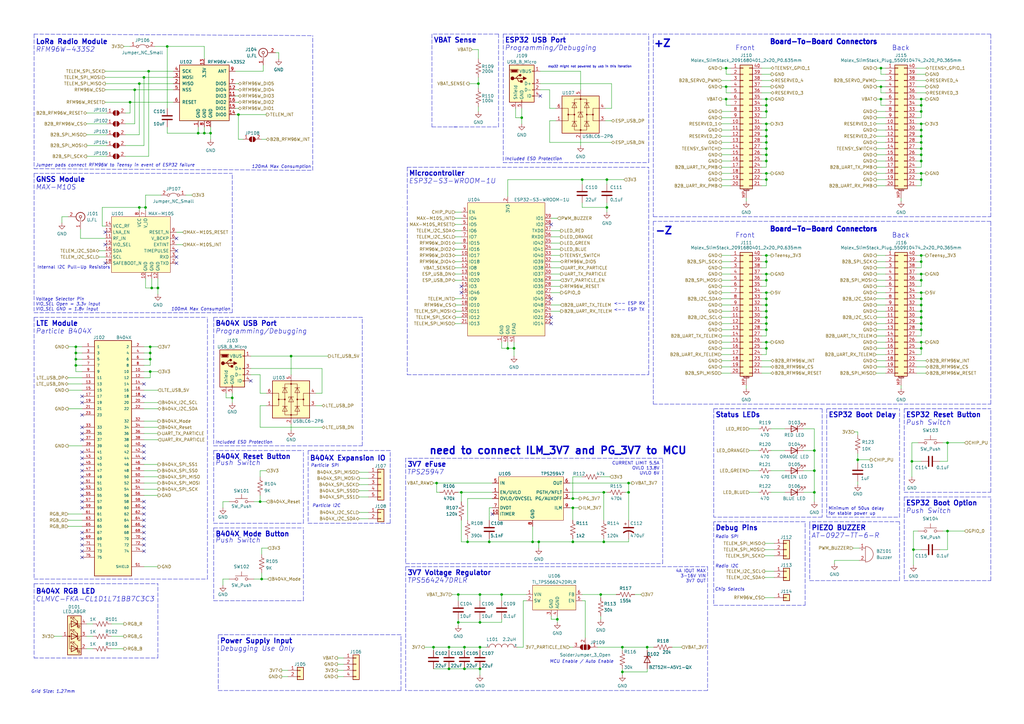
<source format=kicad_sch>
(kicad_sch (version 20211123) (generator eeschema)
  (paper "A3")
  (title_block (title "TARS MK4.1 Telemetry") (date "2023-03-26") (rev "A") (company "Illinois Space Society") (comment 4 "Contributors: Peter Giannetos, Eisha Peyyeti, Danny Guller, Rishi Patel"))
  (lib_symbols
    (symbol "Connector:Conn_Coaxial" (pin_names (offset 1.016) hide)
      (property "Reference" "J" (at 0.254 3.048 0))
      (property "Value" "Conn_Coaxial" (at 2.921 0 90))
      (symbol "Conn_Coaxial_1_1"
        (pin passive line (at -5.08 0 0) (length 2.54) (name "In") (number "1"))
        (pin passive line (at 0 -5.08 90) (length 2.54) (name "Ext") (number "2"))
      )
    )
    (symbol "Connector:USB_B_Micro" (pin_names (offset 1.016))
      (property "Reference" "J" (at -5.08 11.43 0))
      (property "Value" "USB_B_Micro" (at -5.08 8.89 0))
      (symbol "USB_B_Micro_1_1"
        (pin power_out line (at 7.62 5.08 180) (length 2.54) (name "VBUS") (number "1"))
        (pin bidirectional line (at 7.62 -2.54 180) (length 2.54) (name "D-") (number "2"))
        (pin bidirectional line (at 7.62 0 180) (length 2.54) (name "D+") (number "3"))
        (pin passive line (at 7.62 -5.08 180) (length 2.54) (name "ID") (number "4"))
        (pin power_out line (at 0 -10.16 90) (length 2.54) (name "GND") (number "5"))
        (pin passive line (at -2.54 -10.16 90) (length 2.54) (name "Shield") (number "6"))
      )
    )
    (symbol "Connector_Generic:Conn_01x01" (pin_names (offset 1.016) hide)
      (property "Reference" "J" (at 0 2.54 0))
      (property "Value" "Conn_01x01" (at 0 -2.54 0))
      (symbol "Conn_01x01_1_1"
        (pin passive line (at -5.08 0 0) (length 3.81) (name "Pin_1") (number "1"))
      )
    )
    (symbol "Connector_Generic:Conn_01x02" (pin_names (offset 1.016) hide)
      (property "Reference" "J" (at 0 2.54 0))
      (property "Value" "Conn_01x02" (at 0 -5.08 0))
      (symbol "Conn_01x02_1_1"
        (pin passive line (at -5.08 0 0) (length 3.81) (name "Pin_1") (number "1"))
        (pin passive line (at -5.08 -2.54 0) (length 3.81) (name "Pin_2") (number "2"))
      )
    )
    (symbol "Connector_Generic:Conn_01x03" (pin_names (offset 1.016) hide)
      (property "Reference" "J" (at 0 5.08 0))
      (property "Value" "Conn_01x03" (at 0 -5.08 0))
      (symbol "Conn_01x03_1_1"
        (pin passive line (at -5.08 2.54 0) (length 3.81) (name "Pin_1") (number "1"))
        (pin passive line (at -5.08 0 0) (length 3.81) (name "Pin_2") (number "2"))
        (pin passive line (at -5.08 -2.54 0) (length 3.81) (name "Pin_3") (number "3"))
      )
    )
    (symbol "Connector_Generic:Conn_01x04" (pin_names (offset 1.016) hide)
      (property "Reference" "J" (at 0 5.08 0))
      (property "Value" "Conn_01x04" (at 0 -7.62 0))
      (symbol "Conn_01x04_1_1"
        (pin passive line (at -5.08 2.54 0) (length 3.81) (name "Pin_1") (number "1"))
        (pin passive line (at -5.08 0 0) (length 3.81) (name "Pin_2") (number "2"))
        (pin passive line (at -5.08 -2.54 0) (length 3.81) (name "Pin_3") (number "3"))
        (pin passive line (at -5.08 -5.08 0) (length 3.81) (name "Pin_4") (number "4"))
      )
    )
    (symbol "Connector_Generic:Conn_01x05" (pin_names (offset 1.016) hide)
      (property "Reference" "J" (at 0 7.62 0))
      (property "Value" "Conn_01x05" (at 0 -7.62 0))
      (symbol "Conn_01x05_1_1"
        (pin passive line (at -5.08 5.08 0) (length 3.81) (name "Pin_1") (number "1"))
        (pin passive line (at -5.08 2.54 0) (length 3.81) (name "Pin_2") (number "2"))
        (pin passive line (at -5.08 0 0) (length 3.81) (name "Pin_3") (number "3"))
        (pin passive line (at -5.08 -2.54 0) (length 3.81) (name "Pin_4") (number "4"))
        (pin passive line (at -5.08 -5.08 0) (length 3.81) (name "Pin_5") (number "5"))
      )
    )
    (symbol "Connector_Generic_MountingPin:Conn_02x20_Counter_Clockwise_MountingPin" (pin_names (offset 1.016) hide)
      (property "Reference" "J" (at 1.27 25.4 0))
      (property "Value" "Conn_02x20_Counter_Clockwise_MountingPin" (at 2.54 -27.94 0))
      (symbol "Conn_02x20_Counter_Clockwise_MountingPin_1_1"
        (text "Mounting" (at 1.27 -27.051 0) (effects (font (size 0.381 0.381))))
        (pin passive line (at -5.08 22.86 0) (length 3.81) (name "Pin_1") (number "1"))
        (pin passive line (at -5.08 0 0) (length 3.81) (name "Pin_10") (number "10"))
        (pin passive line (at -5.08 -2.54 0) (length 3.81) (name "Pin_11") (number "11"))
        (pin passive line (at -5.08 -5.08 0) (length 3.81) (name "Pin_12") (number "12"))
        (pin passive line (at -5.08 -7.62 0) (length 3.81) (name "Pin_13") (number "13"))
        (pin passive line (at -5.08 -10.16 0) (length 3.81) (name "Pin_14") (number "14"))
        (pin passive line (at -5.08 -12.7 0) (length 3.81) (name "Pin_15") (number "15"))
        (pin passive line (at -5.08 -15.24 0) (length 3.81) (name "Pin_16") (number "16"))
        (pin passive line (at -5.08 -17.78 0) (length 3.81) (name "Pin_17") (number "17"))
        (pin passive line (at -5.08 -20.32 0) (length 3.81) (name "Pin_18") (number "18"))
        (pin passive line (at -5.08 -22.86 0) (length 3.81) (name "Pin_19") (number "19"))
        (pin passive line (at -5.08 20.32 0) (length 3.81) (name "Pin_2") (number "2"))
        (pin passive line (at -5.08 -25.4 0) (length 3.81) (name "Pin_20") (number "20"))
        (pin passive line (at 7.62 -25.4 180) (length 3.81) (name "Pin_21") (number "21"))
        (pin passive line (at 7.62 -22.86 180) (length 3.81) (name "Pin_22") (number "22"))
        (pin passive line (at 7.62 -20.32 180) (length 3.81) (name "Pin_23") (number "23"))
        (pin passive line (at 7.62 -17.78 180) (length 3.81) (name "Pin_24") (number "24"))
        (pin passive line (at 7.62 -15.24 180) (length 3.81) (name "Pin_25") (number "25"))
        (pin passive line (at 7.62 -12.7 180) (length 3.81) (name "Pin_26") (number "26"))
        (pin passive line (at 7.62 -10.16 180) (length 3.81) (name "Pin_27") (number "27"))
        (pin passive line (at 7.62 -7.62 180) (length 3.81) (name "Pin_28") (number "28"))
        (pin passive line (at 7.62 -5.08 180) (length 3.81) (name "Pin_29") (number "29"))
        (pin passive line (at -5.08 17.78 0) (length 3.81) (name "Pin_3") (number "3"))
        (pin passive line (at 7.62 -2.54 180) (length 3.81) (name "Pin_30") (number "30"))
        (pin passive line (at 7.62 0 180) (length 3.81) (name "Pin_31") (number "31"))
        (pin passive line (at 7.62 2.54 180) (length 3.81) (name "Pin_32") (number "32"))
        (pin passive line (at 7.62 5.08 180) (length 3.81) (name "Pin_33") (number "33"))
        (pin passive line (at 7.62 7.62 180) (length 3.81) (name "Pin_34") (number "34"))
        (pin passive line (at 7.62 10.16 180) (length 3.81) (name "Pin_35") (number "35"))
        (pin passive line (at 7.62 12.7 180) (length 3.81) (name "Pin_36") (number "36"))
        (pin passive line (at 7.62 15.24 180) (length 3.81) (name "Pin_37") (number "37"))
        (pin passive line (at 7.62 17.78 180) (length 3.81) (name "Pin_38") (number "38"))
        (pin passive line (at 7.62 20.32 180) (length 3.81) (name "Pin_39") (number "39"))
        (pin passive line (at -5.08 15.24 0) (length 3.81) (name "Pin_4") (number "4"))
        (pin passive line (at 7.62 22.86 180) (length 3.81) (name "Pin_40") (number "40"))
        (pin passive line (at -5.08 12.7 0) (length 3.81) (name "Pin_5") (number "5"))
        (pin passive line (at -5.08 10.16 0) (length 3.81) (name "Pin_6") (number "6"))
        (pin passive line (at -5.08 7.62 0) (length 3.81) (name "Pin_7") (number "7"))
        (pin passive line (at -5.08 5.08 0) (length 3.81) (name "Pin_8") (number "8"))
        (pin passive line (at -5.08 2.54 0) (length 3.81) (name "Pin_9") (number "9"))
        (pin passive line (at 1.27 -30.48 90) (length 3.048) (name "MountPin") (number "MP"))
      )
    )
    (symbol "Connector_M.2:TE_21992304" (pin_names (offset 1.016))
      (property "Reference" "J" (at -7.6269 49.066 0))
      (property "Value" "TE_21992304" (at -6.35 -52.07 0))
      (symbol "TE_21992304_0_0"
        (pin passive line (at -12.7 45.72 0) (length 5.08) (name "1") (number "1"))
        (pin passive line (at 12.7 35.56 180) (length 5.08) (name "10") (number "10"))
        (pin passive line (at -12.7 33.02 0) (length 5.08) (name "11") (number "11"))
        (pin passive line (at 12.7 33.02 180) (length 5.08) (name "12") (number "12"))
        (pin passive line (at -12.7 30.48 0) (length 5.08) (name "13") (number "13"))
        (pin passive line (at 12.7 30.48 180) (length 5.08) (name "14") (number "14"))
        (pin passive line (at -12.7 27.94 0) (length 5.08) (name "15") (number "15"))
        (pin passive line (at 12.7 27.94 180) (length 5.08) (name "16") (number "16"))
        (pin passive line (at -12.7 25.4 0) (length 5.08) (name "17") (number "17"))
        (pin passive line (at 12.7 25.4 180) (length 5.08) (name "18") (number "18"))
        (pin passive line (at -12.7 22.86 0) (length 5.08) (name "19") (number "19"))
        (pin passive line (at 12.7 45.72 180) (length 5.08) (name "2") (number "2"))
        (pin passive line (at 12.7 22.86 180) (length 5.08) (name "20") (number "20"))
        (pin passive line (at -12.7 20.32 0) (length 5.08) (name "21") (number "21"))
        (pin passive line (at 12.7 20.32 180) (length 5.08) (name "22") (number "22"))
        (pin passive line (at -12.7 17.78 0) (length 5.08) (name "23") (number "23"))
        (pin passive line (at -12.7 43.18 0) (length 5.08) (name "3") (number "3"))
        (pin passive line (at 12.7 15.24 180) (length 5.08) (name "32") (number "32"))
        (pin passive line (at -12.7 12.7 0) (length 5.08) (name "33") (number "33"))
        (pin passive line (at 12.7 12.7 180) (length 5.08) (name "34") (number "34"))
        (pin passive line (at -12.7 10.16 0) (length 5.08) (name "35") (number "35"))
        (pin passive line (at 12.7 10.16 180) (length 5.08) (name "36") (number "36"))
        (pin passive line (at -12.7 7.62 0) (length 5.08) (name "37") (number "37"))
        (pin passive line (at 12.7 7.62 180) (length 5.08) (name "38") (number "38"))
        (pin passive line (at -12.7 5.08 0) (length 5.08) (name "39") (number "39"))
        (pin passive line (at 12.7 43.18 180) (length 5.08) (name "4") (number "4"))
        (pin passive line (at 12.7 5.08 180) (length 5.08) (name "40") (number "40"))
        (pin passive line (at -12.7 2.54 0) (length 5.08) (name "41") (number "41"))
        (pin passive line (at 12.7 2.54 180) (length 5.08) (name "42") (number "42"))
        (pin passive line (at -12.7 0 0) (length 5.08) (name "43") (number "43"))
        (pin passive line (at 12.7 0 180) (length 5.08) (name "44") (number "44"))
        (pin passive line (at -12.7 -2.54 0) (length 5.08) (name "45") (number "45"))
        (pin passive line (at 12.7 -2.54 180) (length 5.08) (name "46") (number "46"))
        (pin passive line (at -12.7 -5.08 0) (length 5.08) (name "47") (number "47"))
        (pin passive line (at 12.7 -5.08 180) (length 5.08) (name "48") (number "48"))
        (pin passive line (at -12.7 -7.62 0) (length 5.08) (name "49") (number "49"))
        (pin passive line (at -12.7 40.64 0) (length 5.08) (name "5") (number "5"))
        (pin passive line (at 12.7 -7.62 180) (length 5.08) (name "50") (number "50"))
        (pin passive line (at -12.7 -10.16 0) (length 5.08) (name "51") (number "51"))
        (pin passive line (at 12.7 -10.16 180) (length 5.08) (name "52") (number "52"))
        (pin passive line (at -12.7 -12.7 0) (length 5.08) (name "53") (number "53"))
        (pin passive line (at 12.7 -12.7 180) (length 5.08) (name "54") (number "54"))
        (pin passive line (at -12.7 -15.24 0) (length 5.08) (name "55") (number "55"))
        (pin passive line (at 12.7 -15.24 180) (length 5.08) (name "56") (number "56"))
        (pin passive line (at -12.7 -17.78 0) (length 5.08) (name "57") (number "57"))
        (pin passive line (at 12.7 -17.78 180) (length 5.08) (name "58") (number "58"))
        (pin passive line (at -12.7 -20.32 0) (length 5.08) (name "59") (number "59"))
        (pin passive line (at 12.7 40.64 180) (length 5.08) (name "6") (number "6"))
        (pin passive line (at 12.7 -20.32 180) (length 5.08) (name "60") (number "60"))
        (pin passive line (at -12.7 -22.86 0) (length 5.08) (name "61") (number "61"))
        (pin passive line (at 12.7 -22.86 180) (length 5.08) (name "62") (number "62"))
        (pin passive line (at -12.7 -25.4 0) (length 5.08) (name "63") (number "63"))
        (pin passive line (at 12.7 -25.4 180) (length 5.08) (name "64") (number "64"))
        (pin passive line (at -12.7 -27.94 0) (length 5.08) (name "65") (number "65"))
        (pin passive line (at 12.7 -27.94 180) (length 5.08) (name "66") (number "66"))
        (pin passive line (at -12.7 -30.48 0) (length 5.08) (name "67") (number "67"))
        (pin passive line (at 12.7 -30.48 180) (length 5.08) (name "68") (number "68"))
        (pin passive line (at -12.7 -33.02 0) (length 5.08) (name "69") (number "69"))
        (pin passive line (at -12.7 38.1 0) (length 5.08) (name "7") (number "7"))
        (pin passive line (at 12.7 -33.02 180) (length 5.08) (name "70") (number "70"))
        (pin passive line (at -12.7 -35.56 0) (length 5.08) (name "71") (number "71"))
        (pin passive line (at 12.7 -35.56 180) (length 5.08) (name "72") (number "72"))
        (pin passive line (at -12.7 -38.1 0) (length 5.08) (name "73") (number "73"))
        (pin passive line (at 12.7 -38.1 180) (length 5.08) (name "74") (number "74"))
        (pin passive line (at -12.7 -40.64 0) (length 5.08) (name "75") (number "75"))
        (pin passive line (at 12.7 38.1 180) (length 5.08) (name "8") (number "8"))
        (pin passive line (at -12.7 35.56 0) (length 5.08) (name "9") (number "9"))
        (pin passive line (at 12.7 -44.45 180) (length 5.08) (name "SHIELD") (number "S1"))
      )
    )
    (symbol "D24V50F5:C" (pin_numbers hide) (pin_names (offset 0.254))
      (property "Reference" "C" (at 0.635 2.54 0))
      (property "Value" "C" (at 0.635 -2.54 0))
      (symbol "C_1_1"
        (pin passive line (at 0 3.81 270) (length 2.794) (name "~") (number "1"))
        (pin passive line (at 0 -3.81 90) (length 2.794) (name "~") (number "2"))
      )
    )
    (symbol "Device:Buzzer" (pin_names (offset 0.0254) hide)
      (property "Reference" "BZ" (at 3.81 1.27 0))
      (property "Value" "Buzzer" (at 3.81 -1.27 0))
      (symbol "Buzzer_1_1"
        (pin passive line (at -2.54 2.54 0) (length 2.54) (name "-") (number "1"))
        (pin passive line (at -2.54 -2.54 0) (length 2.54) (name "+") (number "2"))
      )
    )
    (symbol "Device:C" (pin_numbers hide) (pin_names (offset 0.254))
      (property "Reference" "C" (at 0.635 2.54 0))
      (property "Value" "C" (at 0.635 -2.54 0))
      (symbol "C_1_1"
        (pin passive line (at 0 3.81 270) (length 2.794) (name "~") (number "1"))
        (pin passive line (at 0 -3.81 90) (length 2.794) (name "~") (number "2"))
      )
    )
    (symbol "Device:C_Polarized_US" (pin_numbers hide) (pin_names (offset 0.254) hide)
      (property "Reference" "C" (at 0.635 2.54 0))
      (property "Value" "C_Polarized_US" (at 0.635 -2.54 0))
      (symbol "C_Polarized_US_1_1"
        (pin passive line (at 0 3.81 270) (length 2.794) (name "~") (number "1"))
        (pin passive line (at 0 -3.81 90) (length 3.302) (name "~") (number "2"))
      )
    )
    (symbol "Device:D_Zener" (pin_numbers hide) (pin_names (offset 1.016) hide)
      (property "Reference" "D" (at 0 2.54 0))
      (property "Value" "D_Zener" (at 0 -2.54 0))
      (symbol "D_Zener_1_1"
        (pin passive line (at -3.81 0 0) (length 2.54) (name "K") (number "1"))
        (pin passive line (at 3.81 0 180) (length 2.54) (name "A") (number "2"))
      )
    )
    (symbol "Device:LED" (pin_numbers hide) (pin_names (offset 1.016) hide)
      (property "Reference" "D" (at 0 2.54 0))
      (property "Value" "LED" (at 0 -2.54 0))
      (symbol "LED_1_1"
        (pin passive line (at -3.81 0 0) (length 2.54) (name "K") (number "1"))
        (pin passive line (at 3.81 0 180) (length 2.54) (name "A") (number "2"))
      )
    )
    (symbol "Device:LED_ABGR" (pin_names (offset 0) hide)
      (property "Reference" "D" (at 0 9.398 0))
      (property "Value" "LED_ABGR" (at 0 -8.89 0))
      (symbol "LED_ABGR_0_0"
        (text "B" (at -1.905 -6.35 0) (effects (font (size 1.27 1.27))))
        (text "G" (at -1.905 -1.27 0) (effects (font (size 1.27 1.27))))
        (text "R" (at -1.905 3.81 0) (effects (font (size 1.27 1.27))))
      )
      (symbol "LED_ABGR_1_1"
        (pin passive line (at 5.08 0 180) (length 2.54) (name "A") (number "1"))
        (pin passive line (at -5.08 -5.08 0) (length 2.54) (name "BK") (number "2"))
        (pin passive line (at -5.08 0 0) (length 2.54) (name "GK") (number "3"))
        (pin passive line (at -5.08 5.08 0) (length 2.54) (name "RK") (number "4"))
      )
    )
    (symbol "Device:R_Small_US" (pin_numbers hide) (pin_names (offset 0.254) hide)
      (property "Reference" "R" (at 0.762 0.508 0))
      (property "Value" "R_Small_US" (at 0.762 -1.016 0))
      (symbol "R_Small_US_1_1"
        (pin passive line (at 0 2.54 270) (length 1.016) (name "~") (number "1"))
        (pin passive line (at 0 -2.54 90) (length 1.016) (name "~") (number "2"))
      )
    )
    (symbol "Device:R_US" (pin_numbers hide) (pin_names (offset 0))
      (property "Reference" "R" (at 2.54 0 90))
      (property "Value" "R_US" (at -2.54 0 90))
      (symbol "R_US_1_1"
        (pin passive line (at 0 3.81 270) (length 1.27) (name "~") (number "1"))
        (pin passive line (at 0 -3.81 90) (length 1.27) (name "~") (number "2"))
      )
    )
    (symbol "Jumper:Jumper_2_Bridged" (pin_names (offset 0) hide)
      (property "Reference" "JP" (at 0 1.905 0))
      (property "Value" "Jumper_2_Bridged" (at 0 -2.54 0))
      (symbol "Jumper_2_Bridged_1_1"
        (pin passive line (at -5.08 0 0) (length 2.54) (name "A") (number "1"))
        (pin passive line (at 5.08 0 180) (length 2.54) (name "B") (number "2"))
      )
    )
    (symbol "Jumper:SolderJumper_2_Open" (pin_names (offset 0) hide)
      (property "Reference" "JP" (at 0 2.032 0))
      (property "Value" "SolderJumper_2_Open" (at 0 -2.54 0))
      (symbol "SolderJumper_2_Open_1_1"
        (pin passive line (at -3.81 0 0) (length 2.54) (name "A") (number "1"))
        (pin passive line (at 3.81 0 180) (length 2.54) (name "B") (number "2"))
      )
    )
    (symbol "Jumper:SolderJumper_3_Open" (pin_names (offset 0) hide)
      (property "Reference" "JP" (at -2.54 -2.54 0))
      (property "Value" "SolderJumper_3_Open" (at 0 2.794 0))
      (symbol "SolderJumper_3_Open_1_1"
        (pin passive line (at -5.08 0 0) (length 2.54) (name "A") (number "1"))
        (pin input line (at 0 -3.81 90) (length 2.54) (name "C") (number "2"))
        (pin passive line (at 5.08 0 180) (length 2.54) (name "B") (number "3"))
      )
    )
    (symbol "MCU_ESP32:ESP32-S3-WROOM-1U"
      (property "Reference" "U" (at -15.24 29.21 0))
      (property "Value" "ESP32-S3-WROOM-1U" (at 13.97 29.21 0))
      (symbol "ESP32-S3-WROOM-1U_1_1"
        (pin power_in line (at -2.54 -29.21 90) (length 2.54) (name "GND") (number "1"))
        (pin bidirectional line (at -19.05 6.35 0) (length 2.54) (name "IO17") (number "10"))
        (pin bidirectional line (at -19.05 3.81 0) (length 2.54) (name "IO18") (number "11"))
        (pin bidirectional line (at -19.05 1.27 0) (length 2.54) (name "IO8") (number "12"))
        (pin bidirectional line (at -19.05 -1.27 0) (length 2.54) (name "IO19") (number "13"))
        (pin bidirectional line (at -19.05 -3.81 0) (length 2.54) (name "IO20") (number "14"))
        (pin bidirectional line (at -19.05 -6.35 0) (length 2.54) (name "IO3") (number "15"))
        (pin bidirectional line (at -19.05 -8.89 0) (length 2.54) (name "IO46") (number "16"))
        (pin bidirectional line (at -19.05 -11.43 0) (length 2.54) (name "IO9") (number "17"))
        (pin bidirectional line (at -19.05 -13.97 0) (length 2.54) (name "IO10") (number "18"))
        (pin bidirectional line (at -19.05 -16.51 0) (length 2.54) (name "IO11") (number "19"))
        (pin power_in line (at 0 30.48 270) (length 2.54) (name "3V3") (number "2"))
        (pin bidirectional line (at -19.05 -19.05 0) (length 2.54) (name "IO12") (number "20"))
        (pin bidirectional line (at -19.05 -21.59 0) (length 2.54) (name "IO13") (number "21"))
        (pin bidirectional line (at 17.78 -21.59 180) (length 2.54) (name "IO14") (number "22"))
        (pin bidirectional line (at 17.78 -19.05 180) (length 2.54) (name "IO21") (number "23"))
        (pin bidirectional line (at 17.78 -16.51 180) (length 2.54) (name "IO47") (number "24"))
        (pin bidirectional line (at 17.78 -13.97 180) (length 2.54) (name "IO48") (number "25"))
        (pin bidirectional line (at 17.78 -11.43 180) (length 2.54) (name "IO45") (number "26"))
        (pin bidirectional line (at 17.78 -8.89 180) (length 2.54) (name "IO0") (number "27"))
        (pin bidirectional line (at 17.78 -6.35 180) (length 2.54) (name "IO35") (number "28"))
        (pin bidirectional line (at 17.78 -3.81 180) (length 2.54) (name "IO36") (number "29"))
        (pin input line (at -19.05 24.13 0) (length 2.54) (name "EN") (number "3"))
        (pin bidirectional line (at 17.78 -1.27 180) (length 2.54) (name "IO37") (number "30"))
        (pin bidirectional line (at 17.78 1.27 180) (length 2.54) (name "IO38") (number "31"))
        (pin bidirectional line (at 17.78 3.81 180) (length 2.54) (name "IO39") (number "32"))
        (pin bidirectional line (at 17.78 6.35 180) (length 2.54) (name "IO40") (number "33"))
        (pin bidirectional line (at 17.78 8.89 180) (length 2.54) (name "IO41") (number "34"))
        (pin bidirectional line (at 17.78 11.43 180) (length 2.54) (name "IO42") (number "35"))
        (pin bidirectional line (at 17.78 13.97 180) (length 2.54) (name "RXD0") (number "36"))
        (pin bidirectional line (at 17.78 16.51 180) (length 2.54) (name "TXD0") (number "37"))
        (pin bidirectional line (at 17.78 19.05 180) (length 2.54) (name "IO2") (number "38"))
        (pin bidirectional line (at 17.78 21.59 180) (length 2.54) (name "IO1") (number "39"))
        (pin bidirectional line (at -19.05 21.59 0) (length 2.54) (name "IO4") (number "4"))
        (pin power_in line (at 0 -29.21 90) (length 2.54) (name "GND") (number "40"))
        (pin power_out line (at 2.54 -29.21 90) (length 2.54) (name "EPAD") (number "41"))
        (pin bidirectional line (at -19.05 19.05 0) (length 2.54) (name "IO5") (number "5"))
        (pin bidirectional line (at -19.05 16.51 0) (length 2.54) (name "IO6") (number "6"))
        (pin bidirectional line (at -19.05 13.97 0) (length 2.54) (name "IO7") (number "7"))
        (pin bidirectional line (at -19.05 11.43 0) (length 2.54) (name "IO15") (number "8"))
        (pin bidirectional line (at -19.05 8.89 0) (length 2.54) (name "IO16") (number "9"))
      )
    )
    (symbol "Power_Protection:USBLC6-2P6" (pin_names hide)
      (property "Reference" "U" (at 2.54 8.89 0))
      (property "Value" "USBLC6-2P6" (at 2.54 -8.89 0))
      (symbol "USBLC6-2P6_1_1"
        (pin passive line (at -10.16 -2.54 0) (length 2.54) (name "I/O1") (number "1"))
        (pin passive line (at 0 -10.16 90) (length 2.54) (name "GND") (number "2"))
        (pin passive line (at 10.16 -2.54 180) (length 2.54) (name "I/O2") (number "3"))
        (pin passive line (at 10.16 2.54 180) (length 2.54) (name "I/O2") (number "4"))
        (pin passive line (at 0 10.16 270) (length 2.54) (name "VBUS") (number "5"))
        (pin passive line (at -10.16 2.54 0) (length 2.54) (name "I/O1") (number "6"))
      )
    )
    (symbol "Power_eFuse:TPS25947"
      (property "Reference" "U" (at -13.97 12.7 0))
      (property "Value" "TPS25947" (at 8.255 12.7 0))
      (symbol "TPS25947_0_0"
        (pin input line (at -16.51 5.08 0) (length 2.54) (name "EN/UVLO") (number "1"))
        (pin output line (at -16.51 -3.81 0) (length 2.54) (name "ITIMER") (number "10"))
        (pin input line (at -16.51 2.54 0) (length 2.54) (name "OVLO/OVCSEL") (number "2"))
        (pin output line (at 15.24 2.54 180) (length 2.54) (name "PG/AUXOFF") (number "3"))
        (pin bidirectional line (at 15.24 5.08 180) (length 2.54) (name "PGTH/NFLT") (number "4"))
        (pin power_in line (at -16.51 8.89 0) (length 2.54) (name "IN") (number "5"))
        (pin power_out line (at 15.24 8.89 180) (length 2.54) (name "OUT") (number "6"))
        (pin output line (at -16.51 -1.27 0) (length 2.54) (name "DVDT") (number "7"))
        (pin input line (at 0 -8.89 90) (length 2.54) (name "GND") (number "8"))
        (pin output line (at 15.24 -1.27 180) (length 2.54) (name "ILM") (number "9"))
      )
    )
    (symbol "RF_GPS_uBlox:MAX-M10S"
      (property "Reference" "U" (at -12.7 12.7 0))
      (property "Value" "MAX-M10S" (at 7.62 12.7 0))
      (symbol "MAX-M10S_1_1"
        (pin power_out line (at 3.81 -13.97 90) (length 2.54) (name "GND") (number "1"))
        (pin power_out line (at 1.27 -13.97 90) (length 2.54) (name "GND") (number "10"))
        (pin input line (at -15.24 2.54 0) (length 2.54) (name "RF_IN") (number "11"))
        (pin power_out line (at 6.35 -13.97 90) (length 2.54) (name "GND") (number "12"))
        (pin unspecified line (at -15.24 5.08 0) (length 2.54) (name "LNA_EN") (number "13"))
        (pin unspecified line (at -15.24 7.62 0) (length 2.54) (name "VCC_RF") (number "14"))
        (pin unspecified line (at -15.24 0 0) (length 2.54) (name "VIO_SEL") (number "15"))
        (pin bidirectional line (at -15.24 -2.54 0) (length 2.54) (name "SDA") (number "16"))
        (pin input line (at -15.24 -5.08 0) (length 2.54) (name "SCL") (number "17"))
        (pin unspecified line (at -15.24 -7.62 0) (length 2.54) (name "SAFEBOOT_N") (number "18"))
        (pin output line (at 13.97 -7.62 180) (length 2.54) (name "TXD") (number "2"))
        (pin input line (at 13.97 -5.08 180) (length 2.54) (name "RXD") (number "3"))
        (pin unspecified line (at 13.97 -2.54 180) (length 2.54) (name "TIMEPULSE") (number "4"))
        (pin input line (at 13.97 0 180) (length 2.54) (name "EXTINT") (number "5"))
        (pin power_in line (at 13.97 2.54 180) (length 2.54) (name "V_BCKP") (number "6"))
        (pin power_in line (at 1.27 13.97 270) (length 2.54) (name "V_IO") (number "7"))
        (pin power_in line (at -1.27 13.97 270) (length 2.54) (name "VCC") (number "8"))
        (pin input line (at 13.97 5.08 180) (length 2.54) (name "RESET_N") (number "9"))
      )
    )
    (symbol "RF_Module:RFM96W-433S2" (pin_names (offset 1.016))
      (property "Reference" "U" (at -10.414 11.684 0))
      (property "Value" "RFM96W-433S2" (at 1.524 11.43 0))
      (symbol "RFM96W-433S2_1_1"
        (pin power_in line (at -2.54 -15.24 90) (length 2.54) (name "GND") (number "1"))
        (pin power_in line (at 2.54 -15.24 90) (length 2.54) (name "GND") (number "10"))
        (pin bidirectional line (at 12.7 -2.54 180) (length 2.54) (name "DIO3") (number "11"))
        (pin bidirectional line (at 12.7 0 180) (length 2.54) (name "DIO4") (number "12"))
        (pin power_in line (at 0 12.7 270) (length 2.54) (name "3.3V") (number "13"))
        (pin bidirectional line (at 12.7 -10.16 180) (length 2.54) (name "DIO0") (number "14"))
        (pin bidirectional line (at 12.7 -7.62 180) (length 2.54) (name "DIO1") (number "15"))
        (pin bidirectional line (at 12.7 -5.08 180) (length 2.54) (name "DIO2") (number "16"))
        (pin output line (at -12.7 2.54 0) (length 2.54) (name "MISO") (number "2"))
        (pin input line (at -12.7 5.08 0) (length 2.54) (name "MOSI") (number "3"))
        (pin input line (at -12.7 7.62 0) (length 2.54) (name "SCK") (number "4"))
        (pin input line (at -12.7 0 0) (length 2.54) (name "NSS") (number "5"))
        (pin bidirectional line (at -12.7 -5.08 0) (length 2.54) (name "RESET") (number "6"))
        (pin bidirectional line (at 12.7 2.54 180) (length 2.54) (name "DIO5") (number "7"))
        (pin power_in line (at 0 -15.24 90) (length 2.54) (name "GND") (number "8"))
        (pin bidirectional line (at 12.7 7.62 180) (length 2.54) (name "ANT") (number "9"))
      )
    )
    (symbol "Regulator_texas:TI_TPS566242DRLR"
      (property "Reference" "U" (at 0 10.16 0))
      (property "Value" "TI_TPS566242DRLR" (at 0 7.62 0))
      (symbol "TI_TPS566242DRLR_0_0"
        (pin input line (at -11.43 1.27 0) (length 2.54) (name "VIN") (number "1"))
        (pin output line (at -11.43 -1.27 0) (length 2.54) (name "SW") (number "2"))
        (pin power_in line (at -1.27 -7.62 90) (length 2.54) (name "GND") (number "3"))
        (pin power_in line (at 1.27 -7.62 90) (length 2.54) (name "AGND") (number "4"))
        (pin input line (at 11.43 -1.27 180) (length 2.54) (name "EN") (number "5"))
        (pin input line (at 11.43 1.27 180) (length 2.54) (name "FB") (number "6"))
      )
    )
    (symbol "Switch:SW_Push" (pin_numbers hide) (pin_names (offset 1.016) hide)
      (property "Reference" "SW" (at 1.27 2.54 0))
      (property "Value" "SW_Push" (at 0 -1.524 0))
      (symbol "SW_Push_0_1"
        (pin passive line (at -5.08 0 0) (length 2.54) (name "1") (number "1"))
        (pin passive line (at 5.08 0 180) (length 2.54) (name "2") (number "2"))
      )
    )
    (symbol "power:GND" (power) (pin_names (offset 0))
      (property "Value" "GND" (at 0 -3.81 0))
      (symbol "GND_1_1"
        (pin power_in line (at 0 0 270) (length 0) hide (name "GND") (number "1"))
      )
    )
    (symbol "pspice:INDUCTOR" (pin_numbers hide) (pin_names (offset 0))
      (property "Reference" "L" (at 0 2.54 0))
      (property "Value" "INDUCTOR" (at 0 -1.27 0))
      (symbol "INDUCTOR_1_1"
        (pin input line (at -6.35 0 0) (length 1.27) (name "1") (number "1"))
        (pin input line (at 6.35 0 180) (length 1.27) (name "2") (number "2"))
      )
    )
  )
  (junction (at 314.325 60.96))
  (junction (at 377.825 50.8))
  (junction (at 361.315 35.56))
  (junction (at 248.92 85.09))
  (junction (at 61.595 152.4))
  (junction (at 377.825 73.66))
  (junction (at 377.825 132.715))
  (junction (at 81.28 54.61))
  (junction (at 238.76 73.66))
  (junction (at 377.825 125.095))
  (junction (at 187.96 255.27))
  (junction (at 208.28 142.875))
  (junction (at 374.65 225.425))
  (junction (at 297.815 40.64))
  (junction (at 64.77 118.11))
  (junction (at 61.595 144.78))
  (junction (at 377.825 60.96))
  (junction (at 248.92 73.66))
  (junction (at 191.77 222.25))
  (junction (at 334.01 193.04))
  (junction (at 377.825 122.555))
  (junction (at 190.5 274.32))
  (junction (at 377.825 135.255))
  (junction (at 31.115 149.86))
  (junction (at 377.825 45.72))
  (junction (at 334.01 201.93))
  (junction (at 314.325 45.72))
  (junction (at 377.825 71.12))
  (junction (at 377.825 130.175))
  (junction (at 179.07 198.12))
  (junction (at 377.825 107.315))
  (junction (at 361.315 27.94))
  (junction (at 177.8 265.43))
  (junction (at 57.15 34.29))
  (junction (at 388.62 217.805))
  (junction (at 314.325 130.175))
  (junction (at 314.325 43.18))
  (junction (at 377.825 58.42))
  (junction (at 247.65 201.93))
  (junction (at 377.825 142.875))
  (junction (at 314.325 120.015))
  (junction (at 189.23 201.93))
  (junction (at 314.325 107.315))
  (junction (at 377.825 55.88))
  (junction (at 314.325 58.42))
  (junction (at 314.325 66.04))
  (junction (at 374.015 189.23))
  (junction (at 190.5 265.43))
  (junction (at 314.325 53.34))
  (junction (at 246.38 243.84))
  (junction (at 314.325 55.88))
  (junction (at 68.58 19.05))
  (junction (at 31.115 142.24))
  (junction (at 61.595 147.32))
  (junction (at 314.325 125.095))
  (junction (at 234.95 208.28))
  (junction (at 59.69 85.09))
  (junction (at 62.23 118.11))
  (junction (at 314.325 104.775))
  (junction (at 59.055 31.75))
  (junction (at 377.825 40.64))
  (junction (at 220.98 222.25))
  (junction (at 83.82 54.61))
  (junction (at 196.85 274.32))
  (junction (at 184.15 265.43))
  (junction (at 314.325 135.255))
  (junction (at 184.15 274.32))
  (junction (at 334.01 184.785))
  (junction (at 377.825 120.015))
  (junction (at 361.315 40.64))
  (junction (at 234.95 204.47))
  (junction (at 297.815 35.56))
  (junction (at 213.995 48.26))
  (junction (at 377.825 114.935))
  (junction (at 314.325 142.875))
  (junction (at 196.215 34.29))
  (junction (at 314.325 40.64))
  (junction (at 314.325 140.335))
  (junction (at 210.82 142.875))
  (junction (at 196.85 265.43))
  (junction (at 377.825 127.635))
  (junction (at 55.245 36.83))
  (junction (at 86.36 54.61))
  (junction (at 377.825 53.34))
  (junction (at 297.815 27.94))
  (junction (at 377.825 104.775))
  (junction (at 314.325 50.8))
  (junction (at 187.96 243.84))
  (junction (at 388.62 181.61))
  (junction (at 107.315 237.49))
  (junction (at 119.38 146.05))
  (junction (at 61.595 142.24))
  (junction (at 314.325 132.715))
  (junction (at 265.43 265.43))
  (junction (at 31.115 144.78))
  (junction (at 218.44 222.25))
  (junction (at 257.81 201.93))
  (junction (at 351.79 188.595))
  (junction (at 377.825 66.04))
  (junction (at 314.325 73.66))
  (junction (at 247.65 222.25))
  (junction (at 228.6 254))
  (junction (at 314.325 127.635))
  (junction (at 200.66 222.25))
  (junction (at 97.79 46.99))
  (junction (at 377.825 140.335))
  (junction (at 314.325 71.12))
  (junction (at 106.68 205.74))
  (junction (at 31.115 147.32))
  (junction (at 60.96 29.21))
  (junction (at 53.34 41.91))
  (junction (at 377.825 112.395))
  (junction (at 57.15 85.09))
  (junction (at 234.95 222.25))
  (junction (at 205.74 243.84))
  (junction (at 95.25 163.195))
  (junction (at 255.27 275.59))
  (junction (at 255.27 265.43))
  (junction (at 257.81 198.12))
  (junction (at 314.325 122.555))
  (junction (at 314.325 112.395))
  (junction (at 314.325 63.5))
  (junction (at 196.85 255.27))
  (junction (at 377.825 43.18))
  (junction (at 196.85 243.84))
  (junction (at 377.825 63.5))
  (junction (at 314.325 114.935))
  (no_connect (at 59.055 205.74))
  (no_connect (at 33.655 198.12))
  (no_connect (at 33.655 200.66))
  (no_connect (at 59.055 208.28))
  (no_connect (at 59.055 162.56))
  (no_connect (at 33.655 203.2))
  (no_connect (at 33.655 205.74))
  (no_connect (at 33.655 208.28))
  (no_connect (at 33.655 228.6))
  (no_connect (at 59.055 157.48))
  (no_connect (at 72.39 107.95))
  (no_connect (at 33.655 195.58))
  (no_connect (at 59.055 215.9))
  (no_connect (at 33.655 165.1))
  (no_connect (at 59.055 182.88))
  (no_connect (at 59.055 223.52))
  (no_connect (at 33.655 175.26))
  (no_connect (at 59.055 218.44))
  (no_connect (at 72.39 105.41))
  (no_connect (at 72.39 97.79))
  (no_connect (at 43.18 107.95))
  (no_connect (at 59.055 220.98))
  (no_connect (at 33.655 223.52))
  (no_connect (at 226.06 132.715))
  (no_connect (at 43.18 100.33))
  (no_connect (at 72.39 102.87))
  (no_connect (at 59.055 210.82))
  (no_connect (at 33.655 187.96))
  (no_connect (at 226.06 130.175))
  (no_connect (at 59.055 187.96))
  (no_connect (at 221.615 39.37))
  (no_connect (at 33.655 162.56))
  (no_connect (at 33.655 170.18))
  (no_connect (at 33.655 220.98))
  (no_connect (at 33.655 180.34))
  (no_connect (at 33.655 177.8))
  (no_connect (at 189.23 117.475))
  (no_connect (at 59.055 185.42))
  (no_connect (at 59.055 226.06))
  (no_connect (at 102.87 156.21))
  (no_connect (at 226.06 92.075))
  (no_connect (at 33.655 185.42))
  (no_connect (at 226.06 122.555))
  (no_connect (at 189.23 120.015))
  (no_connect (at 33.655 193.04))
  (no_connect (at 43.18 95.25))
  (no_connect (at 33.655 226.06))
  (no_connect (at 33.655 190.5))
  (no_connect (at 33.655 218.44))
  (no_connect (at 59.055 213.36))
  (no_connect (at 201.93 210.82))
  (wire (pts (xy 295.91 150.495) (xy 299.72 150.495)))
  (wire (pts (xy 361.315 30.48) (xy 363.22 30.48)))
  (wire (pts (xy 138.43 272.415) (xy 140.97 272.415)))
  (wire (pts (xy 106.68 161.29) (xy 106.68 153.67)))
  (polyline (pts (xy 292.735 248.285) (xy 330.2 248.285)))
  (wire (pts (xy 106.68 175.26) (xy 132.08 175.26)))
  (wire (pts (xy 377.825 43.18) (xy 377.825 45.72)))
  (wire (pts (xy 359.41 137.795) (xy 363.22 137.795)))
  (polyline (pts (xy 167.005 68.58) (xy 266.065 68.58)))
  (wire (pts (xy 57.15 34.29) (xy 57.15 55.245)))
  (wire (pts (xy 92.71 161.29) (xy 92.71 163.195)))
  (wire (pts (xy 295.91 35.56) (xy 297.815 35.56)))
  (polyline (pts (xy 85.09 237.49) (xy 85.09 130.175)))
  (wire (pts (xy 314.325 127.635) (xy 312.42 127.635)))
  (wire (pts (xy 297.815 43.18) (xy 297.815 40.64)))
  (polyline (pts (xy 13.97 239.395) (xy 13.97 269.875)))
  (wire (pts (xy 334.01 201.93) (xy 334.01 205.74)))
  (wire (pts (xy 377.825 76.2) (xy 375.92 76.2)))
  (wire (pts (xy 314.325 50.8) (xy 312.42 50.8)))
  (polyline (pts (xy 126.365 184.785) (xy 126.365 214.63)))
  (polyline (pts (xy 370.84 167.64) (xy 370.84 201.93)))
  (wire (pts (xy 359.41 112.395) (xy 363.22 112.395)))
  (wire (pts (xy 196.85 266.7) (xy 196.85 265.43)))
  (wire (pts (xy 314.325 137.795) (xy 312.42 137.795)))
  (wire (pts (xy 27.94 157.48) (xy 33.655 157.48)))
  (wire (pts (xy 205.74 254) (xy 205.74 255.27)))
  (polyline (pts (xy 370.84 201.93) (xy 406.4 201.93)))
  (wire (pts (xy 106.68 166.37) (xy 106.68 175.26)))
  (wire (pts (xy 91.44 205.74) (xy 91.44 208.28)))
  (wire (pts (xy 297.815 35.56) (xy 299.72 35.56)))
  (wire (pts (xy 377.825 58.42) (xy 377.825 60.96)))
  (wire (pts (xy 31.115 144.78) (xy 33.655 144.78)))
  (wire (pts (xy 377.825 112.395) (xy 375.92 112.395)))
  (wire (pts (xy 33.655 142.24) (xy 31.115 142.24)))
  (polyline (pts (xy 332.105 215.265) (xy 332.105 238.125)))
  (wire (pts (xy 96.52 39.37) (xy 97.79 39.37)))
  (wire (pts (xy 377.825 114.935) (xy 377.825 117.475)))
  (wire (pts (xy 334.01 184.785) (xy 334.01 193.04)))
  (wire (pts (xy 186.69 112.395) (xy 189.23 112.395)))
  (wire (pts (xy 228.6 254) (xy 228.6 255.27)))
  (wire (pts (xy 307.34 193.04) (xy 311.15 193.04)))
  (polyline (pts (xy 368.935 212.09) (xy 368.935 167.64)))
  (wire (pts (xy 221.615 29.21) (xy 238.125 29.21)))
  (wire (pts (xy 359.41 145.415) (xy 363.22 145.415)))
  (wire (pts (xy 314.325 76.2) (xy 312.42 76.2)))
  (wire (pts (xy 388.62 181.61) (xy 395.605 181.61)))
  (wire (pts (xy 377.825 43.18) (xy 375.92 43.18)))
  (wire (pts (xy 233.68 204.47) (xy 234.95 204.47)))
  (wire (pts (xy 187.96 243.84) (xy 196.85 243.84)))
  (wire (pts (xy 374.015 181.61) (xy 374.015 189.23)))
  (wire (pts (xy 295.91 33.02) (xy 299.72 33.02)))
  (wire (pts (xy 314.325 45.72) (xy 314.325 48.26)))
  (wire (pts (xy 66.04 80.01) (xy 59.69 80.01)))
  (wire (pts (xy 248.92 85.09) (xy 248.92 86.995)))
  (wire (pts (xy 377.825 127.635) (xy 377.825 130.175)))
  (polyline (pts (xy 64.77 269.875) (xy 64.77 239.395)))
  (polyline (pts (xy 13.97 13.97) (xy 128.27 14.605)))
  (wire (pts (xy 359.41 35.56) (xy 361.315 35.56)))
  (wire (pts (xy 316.23 193.04) (xy 321.945 193.04)))
  (wire (pts (xy 377.825 140.335) (xy 379.73 140.335)))
  (wire (pts (xy 234.95 220.98) (xy 234.95 222.25)))
  (wire (pts (xy 377.825 53.34) (xy 377.825 55.88)))
  (wire (pts (xy 295.91 109.855) (xy 299.72 109.855)))
  (polyline (pts (xy 339.09 167.64) (xy 339.09 212.09)))
  (wire (pts (xy 377.825 135.255) (xy 375.92 135.255)))
  (wire (pts (xy 196.85 243.84) (xy 196.85 246.38)))
  (wire (pts (xy 220.98 222.25) (xy 220.98 224.79)))
  (wire (pts (xy 314.325 53.34) (xy 314.325 55.88)))
  (wire (pts (xy 297.815 40.64) (xy 299.72 40.64)))
  (wire (pts (xy 238.76 85.09) (xy 248.92 85.09)))
  (wire (pts (xy 61.595 152.4) (xy 64.77 152.4)))
  (wire (pts (xy 196.85 243.84) (xy 205.74 243.84)))
  (wire (pts (xy 225.425 44.45) (xy 225.425 36.83)))
  (wire (pts (xy 95.25 163.195) (xy 95.25 165.1)))
  (wire (pts (xy 295.91 127.635) (xy 299.72 127.635)))
  (wire (pts (xy 97.79 46.99) (xy 109.22 46.99)))
  (wire (pts (xy 53.34 41.91) (xy 53.34 46.355)))
  (wire (pts (xy 61.595 154.94) (xy 59.055 154.94)))
  (polyline (pts (xy 87.63 216.535) (xy 87.63 246.38)))
  (wire (pts (xy 226.06 254) (xy 228.6 254)))
  (wire (pts (xy 359.41 120.015) (xy 363.22 120.015)))
  (wire (pts (xy 377.825 125.095) (xy 375.92 125.095)))
  (polyline (pts (xy 13.97 128.27) (xy 95.25 128.27)))
  (wire (pts (xy 38.1 260.985) (xy 35.56 260.985)))
  (polyline (pts (xy 292.735 167.64) (xy 337.185 167.64)))
  (wire (pts (xy 377.825 117.475) (xy 375.92 117.475)))
  (wire (pts (xy 314.325 68.58) (xy 312.42 68.58)))
  (wire (pts (xy 359.41 140.335) (xy 363.22 140.335)))
  (wire (pts (xy 55.245 36.83) (xy 71.12 36.83)))
  (wire (pts (xy 213.995 48.26) (xy 213.995 44.45)))
  (wire (pts (xy 238.76 73.66) (xy 248.92 73.66)))
  (wire (pts (xy 245.11 265.43) (xy 255.27 265.43)))
  (wire (pts (xy 377.825 40.64) (xy 377.825 43.18)))
  (polyline (pts (xy 166.37 232.41) (xy 166.37 283.21)))
  (wire (pts (xy 59.69 114.3) (xy 59.69 118.11)))
  (wire (pts (xy 177.8 265.43) (xy 177.8 266.7)))
  (wire (pts (xy 59.055 203.2) (xy 64.77 203.2)))
  (wire (pts (xy 33.655 152.4) (xy 31.115 152.4)))
  (wire (pts (xy 200.66 208.28) (xy 201.93 208.28)))
  (wire (pts (xy 377.825 130.175) (xy 377.825 132.715)))
  (wire (pts (xy 59.055 200.66) (xy 64.77 200.66)))
  (wire (pts (xy 147.32 210.185) (xy 151.13 210.185)))
  (wire (pts (xy 200.66 222.25) (xy 218.44 222.25)))
  (wire (pts (xy 377.825 120.015) (xy 377.825 122.555)))
  (wire (pts (xy 334.01 175.895) (xy 334.01 184.785)))
  (wire (pts (xy 313.69 225.425) (xy 317.5 225.425)))
  (wire (pts (xy 246.38 243.84) (xy 246.38 245.11)))
  (wire (pts (xy 213.995 48.26) (xy 213.995 50.8)))
  (wire (pts (xy 31.115 142.24) (xy 31.115 144.78)))
  (wire (pts (xy 96.52 29.21) (xy 107.95 29.21)))
  (wire (pts (xy 186.69 132.715) (xy 189.23 132.715)))
  (wire (pts (xy 295.91 120.015) (xy 299.72 120.015)))
  (wire (pts (xy 179.07 201.93) (xy 180.34 201.93)))
  (wire (pts (xy 295.91 71.12) (xy 299.72 71.12)))
  (wire (pts (xy 59.69 85.09) (xy 59.69 86.36)))
  (wire (pts (xy 205.74 243.84) (xy 215.9 243.84)))
  (wire (pts (xy 314.325 40.64) (xy 316.23 40.64)))
  (wire (pts (xy 377.825 122.555) (xy 375.92 122.555)))
  (wire (pts (xy 218.44 222.25) (xy 220.98 222.25)))
  (wire (pts (xy 314.325 117.475) (xy 312.42 117.475)))
  (wire (pts (xy 295.91 125.095) (xy 299.72 125.095)))
  (wire (pts (xy 377.825 73.66) (xy 375.92 73.66)))
  (wire (pts (xy 257.81 220.98) (xy 257.81 222.25)))
  (wire (pts (xy 377.825 107.315) (xy 375.92 107.315)))
  (wire (pts (xy 55.245 36.83) (xy 55.245 50.8)))
  (wire (pts (xy 359.41 130.175) (xy 363.22 130.175)))
  (wire (pts (xy 177.8 198.12) (xy 179.07 198.12)))
  (wire (pts (xy 295.91 55.88) (xy 299.72 55.88)))
  (wire (pts (xy 314.325 58.42) (xy 312.42 58.42)))
  (wire (pts (xy 96.52 46.99) (xy 97.79 46.99)))
  (wire (pts (xy 314.325 130.175) (xy 314.325 132.715)))
  (wire (pts (xy 359.41 147.955) (xy 363.22 147.955)))
  (polyline (pts (xy 370.84 203.835) (xy 406.4 203.835)))
  (wire (pts (xy 248.285 49.53) (xy 250.825 49.53)))
  (wire (pts (xy 119.38 173.99) (xy 119.38 176.53)))
  (wire (pts (xy 377.825 104.775) (xy 377.825 107.315)))
  (wire (pts (xy 226.06 112.395) (xy 229.87 112.395)))
  (wire (pts (xy 351.79 177.165) (xy 351.79 178.435)))
  (wire (pts (xy 246.38 243.84) (xy 252.73 243.84)))
  (wire (pts (xy 226.06 127.635) (xy 229.87 127.635)))
  (polyline (pts (xy 87.63 216.535) (xy 124.46 216.535)))
  (wire (pts (xy 248.92 73.66) (xy 255.905 73.66)))
  (wire (pts (xy 312.42 40.64) (xy 314.325 40.64)))
  (wire (pts (xy 388.62 189.23) (xy 388.62 181.61)))
  (wire (pts (xy 377.825 68.58) (xy 375.92 68.58)))
  (wire (pts (xy 359.41 142.875) (xy 363.22 142.875)))
  (wire (pts (xy 51.435 50.8) (xy 55.245 50.8)))
  (polyline (pts (xy 13.97 13.97) (xy 13.97 69.215)))
  (wire (pts (xy 233.68 265.43) (xy 234.95 265.43)))
  (wire (pts (xy 43.18 34.29) (xy 57.15 34.29)))
  (wire (pts (xy 275.6916 265.43) (xy 279.5016 265.43)))
  (wire (pts (xy 314.325 140.335) (xy 314.325 142.875)))
  (wire (pts (xy 329.565 193.04) (xy 334.01 193.04)))
  (wire (pts (xy 350.52 177.165) (xy 351.79 177.165)))
  (wire (pts (xy 314.325 114.935) (xy 314.325 117.475)))
  (wire (pts (xy 81.28 52.07) (xy 81.28 54.61)))
  (wire (pts (xy 35.56 46.355) (xy 43.815 46.355)))
  (polyline (pts (xy 186.055 52.07) (xy 204.47 52.07)))
  (wire (pts (xy 211.455 48.26) (xy 213.995 48.26)))
  (wire (pts (xy 359.41 50.8) (xy 363.22 50.8)))
  (wire (pts (xy 377.825 45.72) (xy 375.92 45.72)))
  (wire (pts (xy 226.06 117.475) (xy 229.87 117.475)))
  (wire (pts (xy 234.95 208.28) (xy 234.95 213.36)))
  (polyline (pts (xy 406.4 13.97) (xy 267.97 13.97)))
  (wire (pts (xy 374.65 217.805) (xy 374.65 225.425)))
  (wire (pts (xy 27.94 182.88) (xy 33.655 182.88)))
  (wire (pts (xy 314.325 55.88) (xy 312.42 55.88)))
  (wire (pts (xy 351.79 188.595) (xy 356.87 188.595)))
  (wire (pts (xy 314.325 130.175) (xy 312.42 130.175)))
  (wire (pts (xy 377.825 120.015) (xy 379.73 120.015)))
  (wire (pts (xy 314.325 55.88) (xy 314.325 58.42)))
  (wire (pts (xy 205.74 246.38) (xy 205.74 243.84)))
  (polyline (pts (xy 87.63 214.63) (xy 124.46 214.63)))
  (wire (pts (xy 359.41 73.66) (xy 363.22 73.66)))
  (wire (pts (xy 297.815 38.1) (xy 299.72 38.1)))
  (wire (pts (xy 361.315 38.1) (xy 363.22 38.1)))
  (wire (pts (xy 189.23 201.93) (xy 201.93 201.93)))
  (polyline (pts (xy 406.4 165.735) (xy 406.4 90.805)))
  (wire (pts (xy 377.825 71.12) (xy 377.825 73.66)))
  (wire (pts (xy 190.5 274.32) (xy 196.85 274.32)))
  (wire (pts (xy 186.69 130.175) (xy 189.23 130.175)))
  (wire (pts (xy 234.95 222.25) (xy 247.65 222.25)))
  (wire (pts (xy 312.42 48.26) (xy 314.325 48.26)))
  (wire (pts (xy 43.18 41.91) (xy 53.34 41.91)))
  (wire (pts (xy 191.77 222.25) (xy 200.66 222.25)))
  (wire (pts (xy 72.39 100.33) (xy 74.93 100.33)))
  (wire (pts (xy 210.82 142.875) (xy 210.82 140.335)))
  (wire (pts (xy 59.055 177.8) (xy 64.77 177.8)))
  (wire (pts (xy 51.435 59.69) (xy 59.055 59.69)))
  (polyline (pts (xy 206.375 66.675) (xy 266.065 66.675)))
  (wire (pts (xy 106.68 205.74) (xy 109.22 205.74)))
  (polyline (pts (xy 166.37 232.41) (xy 290.195 232.41)))
  (wire (pts (xy 27.94 160.02) (xy 33.655 160.02)))
  (wire (pts (xy 377.825 48.26) (xy 375.92 48.26)))
  (wire (pts (xy 50.8 255.905) (xy 45.72 255.905)))
  (wire (pts (xy 61.595 152.4) (xy 61.595 154.94)))
  (polyline (pts (xy 13.97 71.12) (xy 13.97 128.27)))
  (wire (pts (xy 359.41 48.26) (xy 363.22 48.26)))
  (wire (pts (xy 184.15 265.43) (xy 184.15 266.7)))
  (wire (pts (xy 104.14 205.74) (xy 106.68 205.74)))
  (wire (pts (xy 31.115 144.78) (xy 31.115 147.32)))
  (wire (pts (xy 184.15 265.43) (xy 190.5 265.43)))
  (wire (pts (xy 361.315 35.56) (xy 363.22 35.56)))
  (wire (pts (xy 64.77 118.11) (xy 62.23 118.11)))
  (wire (pts (xy 359.41 33.02) (xy 363.22 33.02)))
  (wire (pts (xy 220.98 222.25) (xy 234.95 222.25)))
  (wire (pts (xy 313.69 222.885) (xy 317.5 222.885)))
  (wire (pts (xy 186.69 122.555) (xy 189.23 122.555)))
  (polyline (pts (xy 13.97 239.395) (xy 64.77 239.395)))
  (wire (pts (xy 27.94 215.9) (xy 33.655 215.9)))
  (wire (pts (xy 295.91 135.255) (xy 299.72 135.255)))
  (wire (pts (xy 295.91 50.8) (xy 299.72 50.8)))
  (wire (pts (xy 265.43 274.32) (xy 265.43 275.59)))
  (wire (pts (xy 86.36 54.61) (xy 86.36 57.15)))
  (wire (pts (xy 312.42 107.315) (xy 314.325 107.315)))
  (wire (pts (xy 147.32 201.295) (xy 151.13 201.295)))
  (wire (pts (xy 97.79 46.99) (xy 97.79 57.15)))
  (wire (pts (xy 377.825 130.175) (xy 375.92 130.175)))
  (wire (pts (xy 377.825 73.66) (xy 377.825 76.2)))
  (wire (pts (xy 361.315 40.64) (xy 363.22 40.64)))
  (wire (pts (xy 138.43 269.875) (xy 140.97 269.875)))
  (wire (pts (xy 64.77 118.11) (xy 64.77 120.65)))
  (wire (pts (xy 53.34 41.91) (xy 71.12 41.91)))
  (wire (pts (xy 208.28 73.66) (xy 238.76 73.66)))
  (wire (pts (xy 214.63 265.43) (xy 212.09 265.43)))
  (wire (pts (xy 246.38 254) (xy 246.38 252.73)))
  (wire (pts (xy 313.69 227.965) (xy 317.5 227.965)))
  (wire (pts (xy 312.42 27.94) (xy 316.23 27.94)))
  (wire (pts (xy 377.825 140.335) (xy 377.825 142.875)))
  (wire (pts (xy 295.91 132.715) (xy 299.72 132.715)))
  (wire (pts (xy 359.41 53.34) (xy 363.22 53.34)))
  (wire (pts (xy 377.825 104.775) (xy 375.92 104.775)))
  (wire (pts (xy 226.06 125.095) (xy 229.87 125.095)))
  (wire (pts (xy 38.1 266.065) (xy 35.56 266.065)))
  (polyline (pts (xy 206.375 13.97) (xy 266.065 13.97)))
  (wire (pts (xy 61.595 142.24) (xy 59.055 142.24)))
  (wire (pts (xy 210.82 142.875) (xy 210.82 146.05)))
  (wire (pts (xy 191.77 204.47) (xy 191.77 213.36)))
  (wire (pts (xy 295.91 117.475) (xy 299.72 117.475)))
  (wire (pts (xy 314.325 112.395) (xy 312.42 112.395)))
  (wire (pts (xy 377.825 145.415) (xy 375.92 145.415)))
  (wire (pts (xy 234.95 195.58) (xy 234.95 204.47)))
  (wire (pts (xy 93.98 237.49) (xy 91.44 237.49)))
  (wire (pts (xy 97.79 57.15) (xy 99.695 57.15)))
  (polyline (pts (xy 292.735 213.995) (xy 292.735 248.285)))
  (wire (pts (xy 186.69 109.855) (xy 189.23 109.855)))
  (wire (pts (xy 359.41 58.42) (xy 363.22 58.42)))
  (polyline (pts (xy 267.97 90.805) (xy 267.97 95.885)))
  (wire (pts (xy 187.96 246.38) (xy 187.96 243.84)))
  (wire (pts (xy 92.71 163.195) (xy 95.25 163.195)))
  (wire (pts (xy 196.215 20.32) (xy 193.675 20.32)))
  (wire (pts (xy 41.91 92.71) (xy 43.18 92.71)))
  (wire (pts (xy 359.41 117.475) (xy 363.22 117.475)))
  (wire (pts (xy 314.325 112.395) (xy 316.23 112.395)))
  (polyline (pts (xy 87.63 130.175) (xy 148.59 130.175)))
  (wire (pts (xy 31.115 147.32) (xy 31.115 149.86)))
  (polyline (pts (xy 204.47 13.97) (xy 177.165 13.97)))
  (wire (pts (xy 374.65 225.425) (xy 374.65 231.775)))
  (wire (pts (xy 190.5 265.43) (xy 196.85 265.43)))
  (wire (pts (xy 147.32 212.725) (xy 151.13 212.725)))
  (wire (pts (xy 226.06 99.695) (xy 229.87 99.695)))
  (wire (pts (xy 359.41 114.935) (xy 363.22 114.935)))
  (wire (pts (xy 314.325 53.34) (xy 312.42 53.34)))
  (wire (pts (xy 314.325 73.66) (xy 314.325 76.2)))
  (wire (pts (xy 247.65 201.93) (xy 248.92 201.93)))
  (wire (pts (xy 314.325 63.5) (xy 312.42 63.5)))
  (wire (pts (xy 299.72 43.18) (xy 297.815 43.18)))
  (polyline (pts (xy 292.735 167.64) (xy 292.735 212.09)))
  (wire (pts (xy 314.325 43.18) (xy 314.325 45.72)))
  (wire (pts (xy 377.825 53.34) (xy 375.92 53.34)))
  (wire (pts (xy 385.445 225.425) (xy 388.62 225.425)))
  (wire (pts (xy 351.79 197.485) (xy 351.79 198.755)))
  (wire (pts (xy 247.65 201.93) (xy 247.65 213.36)))
  (wire (pts (xy 295.91 140.335) (xy 299.72 140.335)))
  (wire (pts (xy 295.91 112.395) (xy 299.72 112.395)))
  (wire (pts (xy 257.81 201.93) (xy 257.81 213.36)))
  (wire (pts (xy 72.39 95.25) (xy 74.93 95.25)))
  (polyline (pts (xy 204.47 52.07) (xy 204.47 13.97)))
  (wire (pts (xy 233.68 208.28) (xy 234.95 208.28)))
  (wire (pts (xy 35.56 64.135) (xy 43.815 64.135)))
  (polyline (pts (xy 177.165 13.97) (xy 177.165 52.07)))
  (wire (pts (xy 106.68 166.37) (xy 109.22 166.37)))
  (wire (pts (xy 35.56 50.8) (xy 43.815 50.8)))
  (polyline (pts (xy 89.535 283.21) (xy 164.465 283.21)))
  (wire (pts (xy 377.825 63.5) (xy 377.825 66.04)))
  (polyline (pts (xy 330.2 248.285) (xy 330.2 213.995)))
  (wire (pts (xy 91.44 237.49) (xy 91.44 240.03)))
  (wire (pts (xy 102.87 146.05) (xy 119.38 146.05)))
  (wire (pts (xy 196.85 265.43) (xy 199.39 265.43)))
  (wire (pts (xy 192.405 34.29) (xy 196.215 34.29)))
  (wire (pts (xy 295.91 53.34) (xy 299.72 53.34)))
  (polyline (pts (xy 406.4 238.125) (xy 406.4 203.835)))
  (wire (pts (xy 234.95 208.28) (xy 237.49 208.28)))
  (wire (pts (xy 57.15 85.09) (xy 59.69 85.09)))
  (wire (pts (xy 59.055 31.75) (xy 59.055 59.69)))
  (polyline (pts (xy 166.37 231.14) (xy 271.78 231.14)))
  (wire (pts (xy 386.715 217.805) (xy 388.62 217.805)))
  (wire (pts (xy 377.825 45.72) (xy 377.825 48.26)))
  (wire (pts (xy 312.42 45.72) (xy 314.325 45.72)))
  (wire (pts (xy 377.825 66.04) (xy 375.92 66.04)))
  (wire (pts (xy 374.015 189.23) (xy 377.825 189.23)))
  (wire (pts (xy 227.965 44.45) (xy 225.425 44.45)))
  (wire (pts (xy 138.43 277.495) (xy 140.97 277.495)))
  (wire (pts (xy 255.27 265.43) (xy 265.43 265.43)))
  (wire (pts (xy 376.555 217.805) (xy 374.65 217.805)))
  (wire (pts (xy 342.265 229.87) (xy 352.425 229.87)))
  (wire (pts (xy 186.69 114.935) (xy 189.23 114.935)))
  (wire (pts (xy 314.325 125.095) (xy 312.42 125.095)))
  (wire (pts (xy 386.715 181.61) (xy 388.62 181.61)))
  (wire (pts (xy 369.57 158.115) (xy 369.57 159.385)))
  (polyline (pts (xy 339.09 212.09) (xy 368.935 212.09)))
  (polyline (pts (xy 368.935 238.125) (xy 368.935 213.995)))
  (polyline (pts (xy 339.09 167.64) (xy 368.935 167.64)))
  (wire (pts (xy 313.69 245.11) (xy 317.5 245.11)))
  (wire (pts (xy 377.825 50.8) (xy 375.92 50.8)))
  (wire (pts (xy 313.69 236.855) (xy 317.5 236.855)))
  (polyline (pts (xy 406.4 88.9) (xy 406.4 13.97)))
  (polyline (pts (xy 267.97 13.97) (xy 267.97 19.05)))
  (wire (pts (xy 342.265 231.14) (xy 342.265 229.87)))
  (wire (pts (xy 59.055 172.72) (xy 64.77 172.72)))
  (wire (pts (xy 173.99 265.43) (xy 177.8 265.43)))
  (wire (pts (xy 297.815 30.48) (xy 299.72 30.48)))
  (wire (pts (xy 179.07 198.12) (xy 201.93 198.12)))
  (wire (pts (xy 189.23 213.36) (xy 189.23 222.25)))
  (wire (pts (xy 297.815 35.56) (xy 297.815 38.1)))
  (wire (pts (xy 68.58 19.05) (xy 68.58 44.45)))
  (wire (pts (xy 226.06 104.775) (xy 229.87 104.775)))
  (wire (pts (xy 226.06 97.155) (xy 229.87 97.155)))
  (wire (pts (xy 257.81 222.25) (xy 247.65 222.25)))
  (wire (pts (xy 377.825 58.42) (xy 375.92 58.42)))
  (wire (pts (xy 61.595 149.86) (xy 61.595 147.32)))
  (wire (pts (xy 314.325 122.555) (xy 314.325 125.095)))
  (wire (pts (xy 314.325 104.775) (xy 316.23 104.775)))
  (wire (pts (xy 59.055 180.34) (xy 64.77 180.34)))
  (wire (pts (xy 359.41 76.2) (xy 363.22 76.2)))
  (wire (pts (xy 27.94 142.24) (xy 31.115 142.24)))
  (wire (pts (xy 314.325 135.255) (xy 314.325 137.795)))
  (polyline (pts (xy 370.84 167.64) (xy 406.4 167.64)))
  (wire (pts (xy 147.32 196.215) (xy 151.13 196.215)))
  (wire (pts (xy 377.825 114.935) (xy 375.92 114.935)))
  (wire (pts (xy 377.825 112.395) (xy 379.73 112.395)))
  (wire (pts (xy 314.325 112.395) (xy 314.325 114.935)))
  (wire (pts (xy 190.5 265.43) (xy 190.5 266.7)))
  (wire (pts (xy 295.91 66.04) (xy 299.72 66.04)))
  (wire (pts (xy 132.08 161.29) (xy 129.54 161.29)))
  (wire (pts (xy 250.825 34.29) (xy 250.825 44.45)))
  (wire (pts (xy 57.15 86.36) (xy 57.15 85.09)))
  (wire (pts (xy 359.41 127.635) (xy 363.22 127.635)))
  (wire (pts (xy 106.68 193.04) (xy 106.68 195.58)))
  (wire (pts (xy 312.42 43.18) (xy 314.325 43.18)))
  (wire (pts (xy 33.02 97.79) (xy 43.18 97.79)))
  (wire (pts (xy 59.055 152.4) (xy 61.595 152.4)))
  (wire (pts (xy 260.35 243.84) (xy 262.89 243.84)))
  (wire (pts (xy 312.42 30.48) (xy 316.23 30.48)))
  (wire (pts (xy 226.06 120.015) (xy 229.87 120.015)))
  (wire (pts (xy 295.91 137.795) (xy 299.72 137.795)))
  (wire (pts (xy 377.825 112.395) (xy 377.825 114.935)))
  (wire (pts (xy 376.555 181.61) (xy 374.015 181.61)))
  (wire (pts (xy 86.36 54.61) (xy 86.36 52.07)))
  (wire (pts (xy 295.91 114.935) (xy 299.72 114.935)))
  (polyline (pts (xy 128.27 69.85) (xy 128.27 14.605)))
  (polyline (pts (xy 406.4 201.93) (xy 406.4 167.64)))
  (wire (pts (xy 314.325 71.12) (xy 312.42 71.12)))
  (wire (pts (xy 359.41 45.72) (xy 363.22 45.72)))
  (wire (pts (xy 255.27 266.7) (xy 255.27 265.43)))
  (wire (pts (xy 50.8 19.05) (xy 53.34 19.05)))
  (wire (pts (xy 375.92 30.48) (xy 379.73 30.48)))
  (wire (pts (xy 247.65 222.25) (xy 247.65 220.98)))
  (wire (pts (xy 312.42 140.335) (xy 314.325 140.335)))
  (wire (pts (xy 147.32 193.675) (xy 151.13 193.675)))
  (wire (pts (xy 96.52 34.29) (xy 97.79 34.29)))
  (wire (pts (xy 51.435 55.245) (xy 57.15 55.245)))
  (wire (pts (xy 351.79 186.055) (xy 351.79 188.595)))
  (wire (pts (xy 226.06 89.535) (xy 228.6 89.535)))
  (polyline (pts (xy 124.46 214.63) (xy 124.46 184.785)))
  (polyline (pts (xy 271.78 187.96) (xy 166.37 187.96)))
  (wire (pts (xy 295.91 122.555) (xy 299.72 122.555)))
  (wire (pts (xy 43.18 36.83) (xy 55.245 36.83)))
  (wire (pts (xy 61.595 147.32) (xy 61.595 144.78)))
  (polyline (pts (xy 87.63 182.88) (xy 148.59 182.88)))
  (wire (pts (xy 359.41 132.715) (xy 363.22 132.715)))
  (wire (pts (xy 238.125 57.15) (xy 238.125 59.69)))
  (polyline (pts (xy 164.465 283.21) (xy 164.465 260.35)))
  (wire (pts (xy 186.69 94.615) (xy 189.23 94.615)))
  (wire (pts (xy 179.07 198.12) (xy 179.07 201.93)))
  (polyline (pts (xy 13.97 69.215) (xy 128.27 69.85)))
  (polyline (pts (xy 89.535 260.35) (xy 89.535 283.21)))
  (wire (pts (xy 106.68 193.04) (xy 109.22 193.04)))
  (polyline (pts (xy 267.97 19.05) (xy 267.97 88.9)))
  (wire (pts (xy 314.325 40.64) (xy 314.325 43.18)))
  (wire (pts (xy 359.41 27.94) (xy 361.315 27.94)))
  (wire (pts (xy 234.95 195.58) (xy 238.76 195.58)))
  (wire (pts (xy 196.85 274.32) (xy 196.85 276.86)))
  (wire (pts (xy 107.315 234.95) (xy 107.315 237.49)))
  (wire (pts (xy 377.825 104.775) (xy 379.73 104.775)))
  (wire (pts (xy 295.91 104.775) (xy 299.72 104.775)))
  (wire (pts (xy 138.43 274.955) (xy 140.97 274.955)))
  (polyline (pts (xy 337.185 212.09) (xy 292.735 212.09)))
  (wire (pts (xy 78.74 80.01) (xy 76.2 80.01)))
  (wire (pts (xy 329.565 201.93) (xy 334.01 201.93)))
  (wire (pts (xy 377.825 107.315) (xy 377.825 109.855)))
  (wire (pts (xy 369.57 81.28) (xy 369.57 82.55)))
  (wire (pts (xy 257.81 201.93) (xy 256.54 201.93)))
  (wire (pts (xy 214.63 246.38) (xy 215.9 246.38)))
  (wire (pts (xy 295.91 153.035) (xy 299.72 153.035)))
  (wire (pts (xy 312.42 153.035) (xy 316.23 153.035)))
  (wire (pts (xy 307.34 201.93) (xy 311.15 201.93)))
  (wire (pts (xy 377.825 140.335) (xy 375.92 140.335)))
  (wire (pts (xy 211.455 44.45) (xy 211.455 48.26)))
  (wire (pts (xy 314.325 50.8) (xy 314.325 53.34)))
  (wire (pts (xy 359.41 153.035) (xy 363.22 153.035)))
  (wire (pts (xy 205.74 142.875) (xy 208.28 142.875)))
  (wire (pts (xy 314.325 107.315) (xy 314.325 109.855)))
  (wire (pts (xy 186.69 107.315) (xy 189.23 107.315)))
  (wire (pts (xy 59.055 195.58) (xy 64.77 195.58)))
  (polyline (pts (xy 290.195 283.21) (xy 166.37 283.21)))
  (wire (pts (xy 295.91 63.5) (xy 299.72 63.5)))
  (wire (pts (xy 314.325 104.775) (xy 314.325 107.315)))
  (polyline (pts (xy 165.1 85.09) (xy 165.1 85.09)))
  (wire (pts (xy 295.91 68.58) (xy 299.72 68.58)))
  (wire (pts (xy 312.42 109.855) (xy 314.325 109.855)))
  (wire (pts (xy 314.325 120.015) (xy 316.23 120.015)))
  (wire (pts (xy 255.27 275.59) (xy 255.27 276.86)))
  (wire (pts (xy 314.325 120.015) (xy 314.325 122.555)))
  (wire (pts (xy 250.825 44.45) (xy 248.285 44.45)))
  (wire (pts (xy 187.96 255.27) (xy 196.85 255.27)))
  (polyline (pts (xy 148.59 182.88) (xy 148.59 130.175)))
  (wire (pts (xy 312.42 104.775) (xy 314.325 104.775)))
  (polyline (pts (xy 332.105 213.995) (xy 332.105 215.265)))
  (wire (pts (xy 81.28 54.61) (xy 83.82 54.61)))
  (wire (pts (xy 115.57 277.495) (xy 118.11 277.495)))
  (polyline (pts (xy 87.63 184.785) (xy 87.63 214.63)))
  (wire (pts (xy 226.06 252.73) (xy 226.06 254)))
  (polyline (pts (xy 167.005 153.67) (xy 266.065 153.67)))
  (wire (pts (xy 374.65 225.425) (xy 377.825 225.425)))
  (wire (pts (xy 377.825 50.8) (xy 377.825 53.34)))
  (wire (pts (xy 102.87 151.13) (xy 132.08 151.13)))
  (wire (pts (xy 238.76 73.66) (xy 238.76 75.565)))
  (wire (pts (xy 295.91 130.175) (xy 299.72 130.175)))
  (wire (pts (xy 314.325 127.635) (xy 314.325 130.175)))
  (wire (pts (xy 27.94 210.82) (xy 33.655 210.82)))
  (wire (pts (xy 359.41 122.555) (xy 363.22 122.555)))
  (wire (pts (xy 349.885 224.79) (xy 352.425 224.79)))
  (wire (pts (xy 31.115 152.4) (xy 31.115 149.86)))
  (wire (pts (xy 314.325 122.555) (xy 312.42 122.555)))
  (wire (pts (xy 226.06 102.235) (xy 229.87 102.235)))
  (polyline (pts (xy 124.46 246.38) (xy 124.46 216.535)))
  (wire (pts (xy 248.92 85.09) (xy 248.92 83.185)))
  (wire (pts (xy 314.325 73.66) (xy 312.42 73.66)))
  (wire (pts (xy 228.6 254) (xy 228.6 252.73)))
  (wire (pts (xy 59.055 167.64) (xy 64.77 167.64)))
  (wire (pts (xy 240.03 246.38) (xy 240.03 261.62)))
  (polyline (pts (xy 271.78 231.14) (xy 271.78 187.96)))
  (wire (pts (xy 61.595 144.78) (xy 61.595 142.24)))
  (wire (pts (xy 218.44 215.9) (xy 218.44 222.25)))
  (wire (pts (xy 43.18 29.21) (xy 60.96 29.21)))
  (wire (pts (xy 107.315 224.79) (xy 109.855 224.79)))
  (wire (pts (xy 147.32 203.835) (xy 151.13 203.835)))
  (wire (pts (xy 25.4 91.44) (xy 25.4 88.9)))
  (wire (pts (xy 62.23 114.3) (xy 62.23 118.11)))
  (wire (pts (xy 196.85 254) (xy 196.85 255.27)))
  (wire (pts (xy 68.58 54.61) (xy 81.28 54.61)))
  (wire (pts (xy 377.825 142.875) (xy 375.92 142.875)))
  (wire (pts (xy 59.055 193.04) (xy 64.77 193.04)))
  (wire (pts (xy 238.76 246.38) (xy 240.03 246.38)))
  (wire (pts (xy 295.91 142.875) (xy 299.72 142.875)))
  (polyline (pts (xy 330.2 213.995) (xy 292.735 213.995)))
  (wire (pts (xy 59.055 144.78) (xy 61.595 144.78)))
  (wire (pts (xy 196.215 31.75) (xy 196.215 34.29)))
  (polyline (pts (xy 266.065 153.67) (xy 266.065 68.58)))
  (wire (pts (xy 68.58 52.07) (xy 68.58 54.61)))
  (wire (pts (xy 57.15 34.29) (xy 71.12 34.29)))
  (wire (pts (xy 83.82 52.07) (xy 83.82 54.61)))
  (polyline (pts (xy 406.4 90.805) (xy 267.97 90.805)))
  (wire (pts (xy 35.56 59.69) (xy 43.815 59.69)))
  (wire (pts (xy 314.325 71.12) (xy 314.325 73.66)))
  (wire (pts (xy 186.69 92.075) (xy 189.23 92.075)))
  (wire (pts (xy 59.055 31.75) (xy 71.12 31.75)))
  (polyline (pts (xy 13.97 71.12) (xy 95.25 71.12)))
  (wire (pts (xy 233.68 201.93) (xy 247.65 201.93)))
  (polyline (pts (xy 266.065 66.675) (xy 266.065 13.97)))
  (polyline (pts (xy 166.37 187.96) (xy 166.37 231.14)))
  (wire (pts (xy 374.015 189.23) (xy 374.015 195.58)))
  (wire (pts (xy 297.815 27.94) (xy 297.815 30.48)))
  (wire (pts (xy 59.055 198.12) (xy 64.77 198.12)))
  (wire (pts (xy 334.01 193.04) (xy 334.01 201.93)))
  (wire (pts (xy 314.325 135.255) (xy 312.42 135.255)))
  (wire (pts (xy 295.91 76.2) (xy 299.72 76.2)))
  (wire (pts (xy 316.23 201.93) (xy 321.945 201.93)))
  (wire (pts (xy 31.115 147.32) (xy 33.655 147.32)))
  (wire (pts (xy 51.435 46.355) (xy 53.34 46.355)))
  (polyline (pts (xy 13.97 130.175) (xy 13.97 237.49)))
  (wire (pts (xy 187.96 254) (xy 187.96 255.27)))
  (wire (pts (xy 359.41 125.095) (xy 363.22 125.095)))
  (polyline (pts (xy 267.97 165.735) (xy 406.4 165.735)))
  (wire (pts (xy 265.43 265.43) (xy 268.0716 265.43)))
  (wire (pts (xy 314.325 58.42) (xy 314.325 60.96)))
  (wire (pts (xy 225.425 49.53) (xy 227.965 49.53)))
  (wire (pts (xy 255.27 275.59) (xy 255.27 274.32)))
  (wire (pts (xy 307.34 175.895) (xy 311.15 175.895)))
  (wire (pts (xy 295.91 147.955) (xy 299.72 147.955)))
  (wire (pts (xy 40.64 102.87) (xy 43.18 102.87)))
  (wire (pts (xy 184.15 274.32) (xy 190.5 274.32)))
  (wire (pts (xy 375.92 33.02) (xy 379.73 33.02)))
  (wire (pts (xy 226.06 94.615) (xy 229.87 94.615)))
  (wire (pts (xy 107.315 227.33) (xy 107.315 224.79)))
  (wire (pts (xy 59.055 147.32) (xy 61.595 147.32)))
  (wire (pts (xy 200.66 208.28) (xy 200.66 213.36)))
  (wire (pts (xy 177.8 274.32) (xy 184.15 274.32)))
  (wire (pts (xy 248.92 73.66) (xy 248.92 75.565)))
  (wire (pts (xy 359.41 68.58) (xy 363.22 68.58)))
  (wire (pts (xy 377.825 137.795) (xy 375.92 137.795)))
  (wire (pts (xy 329.565 175.895) (xy 334.01 175.895)))
  (wire (pts (xy 186.69 127.635) (xy 189.23 127.635)))
  (wire (pts (xy 186.69 104.775) (xy 189.23 104.775)))
  (wire (pts (xy 312.42 150.495) (xy 316.23 150.495)))
  (wire (pts (xy 225.425 58.42) (xy 250.825 58.42)))
  (wire (pts (xy 314.325 66.04) (xy 312.42 66.04)))
  (wire (pts (xy 295.91 60.96) (xy 299.72 60.96)))
  (wire (pts (xy 109.22 161.29) (xy 106.68 161.29)))
  (polyline (pts (xy 87.63 130.175) (xy 87.63 182.88)))
  (wire (pts (xy 314.325 140.335) (xy 316.23 140.335)))
  (polyline (pts (xy 177.165 52.07) (xy 187.325 52.07)))
  (wire (pts (xy 59.69 118.11) (xy 62.23 118.11)))
  (wire (pts (xy 106.68 203.2) (xy 106.68 205.74)))
  (wire (pts (xy 50.8 260.985) (xy 45.72 260.985)))
  (wire (pts (xy 377.825 127.635) (xy 375.92 127.635)))
  (wire (pts (xy 375.92 35.56) (xy 379.73 35.56)))
  (wire (pts (xy 60.96 29.21) (xy 60.96 64.135)))
  (wire (pts (xy 50.8 266.065) (xy 45.72 266.065)))
  (wire (pts (xy 361.315 35.56) (xy 361.315 38.1)))
  (wire (pts (xy 314.325 60.96) (xy 312.42 60.96)))
  (polyline (pts (xy 337.185 167.64) (xy 337.185 212.09)))
  (wire (pts (xy 238.125 29.21) (xy 238.125 36.83)))
  (wire (pts (xy 361.315 27.94) (xy 363.22 27.94)))
  (wire (pts (xy 359.41 63.5) (xy 363.22 63.5)))
  (wire (pts (xy 31.115 149.86) (xy 33.655 149.86)))
  (wire (pts (xy 295.91 58.42) (xy 299.72 58.42)))
  (polyline (pts (xy 13.97 130.175) (xy 85.09 130.175)))
  (wire (pts (xy 226.06 107.315) (xy 229.87 107.315)))
  (wire (pts (xy 295.91 145.415) (xy 299.72 145.415)))
  (wire (pts (xy 27.94 154.94) (xy 33.655 154.94)))
  (wire (pts (xy 233.68 198.12) (xy 257.81 198.12)))
  (polyline (pts (xy 87.63 184.785) (xy 124.46 184.785)))
  (wire (pts (xy 221.615 34.29) (xy 250.825 34.29)))
  (wire (pts (xy 312.42 33.02) (xy 316.23 33.02)))
  (wire (pts (xy 377.825 125.095) (xy 377.825 127.635)))
  (wire (pts (xy 312.42 35.56) (xy 316.23 35.56)))
  (wire (pts (xy 306.07 158.115) (xy 306.07 159.385)))
  (wire (pts (xy 119.38 146.05) (xy 134.62 146.05)))
  (wire (pts (xy 38.1 255.905) (xy 35.56 255.905)))
  (polyline (pts (xy 370.84 203.835) (xy 370.84 238.125)))
  (wire (pts (xy 114.3 24.13) (xy 114.3 21.59)))
  (polyline (pts (xy 290.195 232.41) (xy 290.195 283.21)))
  (wire (pts (xy 33.02 93.98) (xy 33.02 97.79)))
  (wire (pts (xy 314.325 132.715) (xy 312.42 132.715)))
  (wire (pts (xy 187.96 201.93) (xy 189.23 201.93)))
  (wire (pts (xy 257.81 198.12) (xy 257.81 201.93)))
  (wire (pts (xy 312.42 145.415) (xy 314.325 145.415)))
  (wire (pts (xy 359.41 66.04) (xy 363.22 66.04)))
  (wire (pts (xy 377.825 55.88) (xy 377.825 58.42)))
  (wire (pts (xy 226.06 114.935) (xy 229.87 114.935)))
  (wire (pts (xy 41.91 85.09) (xy 57.15 85.09)))
  (wire (pts (xy 189.23 86.995) (xy 186.69 86.995)))
  (wire (pts (xy 96.52 41.91) (xy 97.79 41.91)))
  (wire (pts (xy 359.41 135.255) (xy 363.22 135.255)))
  (wire (pts (xy 375.92 38.1) (xy 379.73 38.1)))
  (wire (pts (xy 316.23 184.785) (xy 321.945 184.785)))
  (polyline (pts (xy 206.375 13.97) (xy 206.375 66.675)))
  (wire (pts (xy 385.445 189.23) (xy 388.62 189.23)))
  (wire (pts (xy 257.81 198.12) (xy 259.08 198.12)))
  (wire (pts (xy 61.595 142.24) (xy 64.77 142.24)))
  (wire (pts (xy 295.91 27.94) (xy 297.815 27.94)))
  (polyline (pts (xy 368.935 213.995) (xy 332.105 213.995)))
  (wire (pts (xy 208.28 73.66) (xy 208.28 80.645)))
  (wire (pts (xy 359.41 40.64) (xy 361.315 40.64)))
  (wire (pts (xy 377.825 109.855) (xy 375.92 109.855)))
  (wire (pts (xy 359.41 150.495) (xy 363.22 150.495)))
  (wire (pts (xy 312.42 142.875) (xy 314.325 142.875)))
  (wire (pts (xy 314.325 66.04) (xy 314.325 68.58)))
  (wire (pts (xy 312.42 38.1) (xy 316.23 38.1)))
  (wire (pts (xy 363.22 43.18) (xy 361.315 43.18)))
  (polyline (pts (xy 87.63 246.38) (xy 124.46 246.38)))
  (wire (pts (xy 295.91 40.64) (xy 297.815 40.64)))
  (wire (pts (xy 361.315 27.94) (xy 361.315 30.48)))
  (wire (pts (xy 314.325 132.715) (xy 314.325 135.255)))
  (wire (pts (xy 377.825 40.64) (xy 375.92 40.64)))
  (wire (pts (xy 314.325 71.12) (xy 316.23 71.12)))
  (wire (pts (xy 377.825 66.04) (xy 377.825 68.58)))
  (wire (pts (xy 96.52 36.83) (xy 97.79 36.83)))
  (wire (pts (xy 201.93 204.47) (xy 191.77 204.47)))
  (wire (pts (xy 189.23 201.93) (xy 189.23 205.74)))
  (wire (pts (xy 361.315 43.18) (xy 361.315 40.64)))
  (wire (pts (xy 104.14 237.49) (xy 107.315 237.49)))
  (wire (pts (xy 51.435 64.135) (xy 60.96 64.135)))
  (wire (pts (xy 314.325 142.875) (xy 314.325 145.415)))
  (polyline (pts (xy 95.25 128.27) (xy 95.25 71.12)))
  (wire (pts (xy 306.07 81.28) (xy 306.07 82.55)))
  (wire (pts (xy 359.41 55.88) (xy 363.22 55.88)))
  (polyline (pts (xy 13.97 237.49) (xy 85.09 237.49)))
  (wire (pts (xy 377.825 60.96) (xy 377.825 63.5)))
  (wire (pts (xy 221.615 36.83) (xy 225.425 36.83)))
  (wire (pts (xy 375.92 150.495) (xy 379.73 150.495)))
  (wire (pts (xy 238.76 83.185) (xy 238.76 85.09)))
  (wire (pts (xy 177.8 265.43) (xy 184.15 265.43)))
  (wire (pts (xy 40.64 105.41) (xy 43.18 105.41)))
  (wire (pts (xy 359.41 60.96) (xy 363.22 60.96)))
  (wire (pts (xy 208.28 142.875) (xy 210.82 142.875)))
  (wire (pts (xy 375.92 153.035) (xy 379.73 153.035)))
  (wire (pts (xy 59.055 190.5) (xy 64.77 190.5)))
  (wire (pts (xy 59.055 175.26) (xy 64.77 175.26)))
  (wire (pts (xy 186.69 97.155) (xy 189.23 97.155)))
  (wire (pts (xy 388.62 225.425) (xy 388.62 217.805)))
  (wire (pts (xy 246.38 195.58) (xy 250.19 195.58)))
  (wire (pts (xy 375.92 27.94) (xy 379.73 27.94)))
  (wire (pts (xy 189.23 222.25) (xy 191.77 222.25)))
  (wire (pts (xy 314.325 125.095) (xy 314.325 127.635)))
  (wire (pts (xy 314.325 60.96) (xy 314.325 63.5)))
  (wire (pts (xy 107.95 29.21) (xy 107.95 26.67)))
  (wire (pts (xy 316.23 175.895) (xy 321.945 175.895)))
  (wire (pts (xy 68.58 19.05) (xy 83.82 19.05)))
  (wire (pts (xy 377.825 122.555) (xy 377.825 125.095)))
  (wire (pts (xy 295.91 107.315) (xy 299.72 107.315)))
  (wire (pts (xy 205.74 140.335) (xy 205.74 142.875)))
  (wire (pts (xy 132.08 151.13) (xy 132.08 161.29)))
  (wire (pts (xy 59.055 160.02) (xy 64.77 160.02)))
  (wire (pts (xy 27.94 213.36) (xy 33.655 213.36)))
  (polyline (pts (xy 126.365 214.63) (xy 160.02 214.63)))
  (wire (pts (xy 377.825 55.88) (xy 375.92 55.88)))
  (wire (pts (xy 96.52 44.45) (xy 97.79 44.45)))
  (wire (pts (xy 129.54 166.37) (xy 132.08 166.37)))
  (wire (pts (xy 35.56 55.245) (xy 43.815 55.245)))
  (polyline (pts (xy 267.97 95.885) (xy 267.97 165.735)))
  (wire (pts (xy 377.825 71.12) (xy 379.73 71.12)))
  (wire (pts (xy 147.32 198.755) (xy 151.13 198.755)))
  (wire (pts (xy 64.77 114.3) (xy 64.77 118.11)))
  (wire (pts (xy 359.41 107.315) (xy 363.22 107.315)))
  (wire (pts (xy 377.825 132.715) (xy 377.825 135.255)))
  (wire (pts (xy 200.66 220.98) (xy 200.66 222.25)))
  (wire (pts (xy 186.69 125.095) (xy 189.23 125.095)))
  (wire (pts (xy 295.91 48.26) (xy 299.72 48.26)))
  (wire (pts (xy 314.325 63.5) (xy 314.325 66.04)))
  (wire (pts (xy 377.825 63.5) (xy 375.92 63.5)))
  (wire (pts (xy 186.69 102.235) (xy 189.23 102.235)))
  (wire (pts (xy 225.425 49.53) (xy 225.425 58.42)))
  (wire (pts (xy 379.73 50.8) (xy 377.825 50.8)))
  (polyline (pts (xy 167.005 68.58) (xy 167.005 153.67)))
  (wire (pts (xy 295.91 45.72) (xy 299.72 45.72)))
  (wire (pts (xy 312.42 147.955) (xy 316.23 147.955)))
  (wire (pts (xy 226.06 109.855) (xy 229.87 109.855)))
  (wire (pts (xy 316.23 50.8) (xy 314.325 50.8)))
  (wire (pts (xy 196.215 43.815) (xy 196.215 45.72)))
  (wire (pts (xy 307.34 184.785) (xy 311.15 184.785)))
  (wire (pts (xy 83.82 19.05) (xy 83.82 24.13)))
  (wire (pts (xy 329.565 184.785) (xy 334.01 184.785)))
  (wire (pts (xy 102.87 153.67) (xy 106.68 153.67)))
  (wire (pts (xy 109.22 57.15) (xy 107.315 57.15)))
  (wire (pts (xy 119.38 146.05) (xy 119.38 153.67)))
  (wire (pts (xy 60.96 29.21) (xy 71.12 29.21)))
  (wire (pts (xy 191.77 220.98) (xy 191.77 222.25)))
  (wire (pts (xy 377.825 135.255) (xy 377.825 137.795)))
  (wire (pts (xy 59.055 165.1) (xy 64.77 165.1)))
  (wire (pts (xy 93.98 205.74) (xy 91.44 205.74)))
  (wire (pts (xy 359.41 71.12) (xy 363.22 71.12)))
  (polyline (pts (xy 13.97 269.875) (xy 64.77 269.875)))
  (wire (pts (xy 185.42 243.84) (xy 187.96 243.84)))
  (wire (pts (xy 187.96 255.27) (xy 187.96 256.54)))
  (wire (pts (xy 377.825 142.875) (xy 377.825 145.415)))
  (wire (pts (xy 314.325 120.015) (xy 312.42 120.015)))
  (polyline (pts (xy 267.97 88.9) (xy 406.4 88.9)))
  (wire (pts (xy 377.825 132.715) (xy 375.92 132.715)))
  (wire (pts (xy 41.91 92.71) (xy 41.91 85.09)))
  (wire (pts (xy 196.85 255.27) (xy 205.74 255.27)))
  (wire (pts (xy 314.325 114.935) (xy 312.42 114.935)))
  (wire (pts (xy 43.18 31.75) (xy 59.055 31.75)))
  (wire (pts (xy 59.69 80.01) (xy 59.69 85.09)))
  (wire (pts (xy 299.72 27.94) (xy 297.815 27.94)))
  (wire (pts (xy 63.5 19.05) (xy 68.58 19.05)))
  (polyline (pts (xy 332.105 238.125) (xy 368.935 238.125)))
  (wire (pts (xy 388.62 217.805) (xy 395.605 217.805)))
  (wire (pts (xy 186.69 99.695) (xy 189.23 99.695)))
  (wire (pts (xy 59.055 232.41) (xy 64.77 232.41)))
  (wire (pts (xy 214.63 246.38) (xy 214.63 265.43)))
  (wire (pts (xy 295.91 73.66) (xy 299.72 73.66)))
  (wire (pts (xy 265.43 275.59) (xy 255.27 275.59)))
  (wire (pts (xy 107.315 237.49) (xy 109.855 237.49)))
  (wire (pts (xy 59.055 149.86) (xy 61.595 149.86)))
  (wire (pts (xy 313.69 234.315) (xy 317.5 234.315)))
  (wire (pts (xy 95.25 163.195) (xy 95.25 161.29)))
  (wire (pts (xy 377.825 71.12) (xy 375.92 71.12)))
  (wire (pts (xy 208.28 140.335) (xy 208.28 142.875)))
  (wire (pts (xy 377.825 40.64) (xy 379.73 40.64)))
  (wire (pts (xy 22.225 260.985) (xy 25.4 260.985)))
  (wire (pts (xy 238.76 243.84) (xy 246.38 243.84)))
  (wire (pts (xy 115.57 274.955) (xy 118.11 274.955)))
  (wire (pts (xy 234.95 204.47) (xy 237.49 204.47)))
  (wire (pts (xy 196.215 24.13) (xy 196.215 20.32)))
  (polyline (pts (xy 164.465 260.35) (xy 89.535 260.35)))
  (wire (pts (xy 27.94 167.64) (xy 33.655 167.64)))
  (polyline (pts (xy 370.84 238.125) (xy 406.4 238.125)))
  (wire (pts (xy 265.43 266.7) (xy 265.43 265.43)))
  (wire (pts (xy 83.82 54.61) (xy 86.36 54.61)))
  (wire (pts (xy 377.825 120.015) (xy 375.92 120.015)))
  (wire (pts (xy 186.69 89.535) (xy 189.23 89.535)))
  (wire (pts (xy 359.41 109.855) (xy 363.22 109.855)))
  (polyline (pts (xy 160.02 214.63) (xy 160.02 184.785)))
  (wire (pts (xy 359.41 104.775) (xy 363.22 104.775)))
  (wire (pts (xy 351.79 188.595) (xy 351.79 189.865)))
  (wire (pts (xy 196.215 34.29) (xy 196.215 36.195)))
  (wire (pts (xy 25.4 88.9) (xy 27.94 88.9)))
  (wire (pts (xy 375.92 147.955) (xy 379.73 147.955)))
  (polyline (pts (xy 126.365 184.785) (xy 160.02 184.785)))
  (wire (pts (xy 114.3 21.59) (xy 113.03 21.59)))
  (wire (pts (xy 377.825 60.96) (xy 375.92 60.96)))
  (text "Push Switch" (at 371.475 210.82 0) (effects (font (size 2 2) italic) (justify left bottom)))
  (text "Radio I2C" (at 302.895 233.045 180) (effects (font (size 1.27 1.27) italic) (justify right bottom)))
  (text "VBAT Sense" (at 177.8 17.78 0) (effects (font (size 2 2) (thickness 0.4) bold) (justify left bottom)))
  (text "Push Switch" (at 88.265 191.135 0) (effects (font (size 2 2) italic) (justify left bottom)))
  (text "MCU Enable / Auto Enable" (at 225.425 272.161 0) (effects (font (size 1.27 1.27) italic) (justify left bottom)))
  (text "ESP32 Boot Delay" (at 339.725 171.45 0) (effects (font (size 2 2) (thickness 0.4) bold) (justify left bottom)))
  (text "<-- ESP TX" (at 251.714 127.889 0) (effects (font (size 1.27 1.27)) (justify left bottom)))
  (text "Minimum of 50us delay\nfor stable power up\n" (at 339.725 211.455 0) (effects (font (size 1.27 1.27)) (justify left bottom)))
  (text "Back" (at 365.76 20.955 0) (effects (font (size 2 2)) (justify left bottom)))
  (text "Power Supply Input" (at 90.17 264.16 0) (effects (font (size 2 2) (thickness 0.4) bold) (justify left bottom)))
  (text "RFM96W-433S2" (at 14.605 21.59 0) (effects (font (size 2 2) italic) (justify left bottom)))
  (text "need to connect ILM_3V7 and PG_3V7 to MCU" (at 175.895 186.69 0) (effects (font (size 3 3) (thickness 0.6) bold) (justify left bottom)))
  (text "Grid Size: 1.27mm" (at 12.7 284.48 0) (effects (font (size 1.27 1.27) italic) (justify left bottom)))
  (text "Internal I2C Pull-Up Resistors " (at 15.24 110.49 0) (effects (font (size 1.27 1.27)) (justify left bottom)))
  (text "<-- ESP RX" (at 251.714 125.349 0) (effects (font (size 1.27 1.27)) (justify left bottom)))
  (text "esp32 might not powered by usb in this iteration" (at 224.79 27.94 0) (effects (font (size 0.9 0.9)) (justify left bottom)))
  (text "ESP32 Boot Option" (at 371.475 207.645 0) (effects (font (size 2 2) (thickness 0.4) bold) (justify left bottom)))
  (text "3V7 eFuse" (at 167.005 191.77 0) (effects (font (size 2 2) (thickness 0.4) bold) (justify left bottom)))
  (text "Particle B404X" (at 14.605 137.16 0) (effects (font (size 2 2) italic) (justify left bottom)))
  (text "B404X Mode Button" (at 88.265 220.345 0) (effects (font (size 2 2) (thickness 0.4) bold) (justify left bottom)))
  (text "Front" (at 301.625 97.79 0) (effects (font (size 2 2)) (justify left bottom)))
  (text "Radio SPI" (at 302.895 220.98 180) (effects (font (size 1.27 1.27) italic) (justify right bottom)))
  (text "Debugging Use Only" (at 90.17 267.335 0) (effects (font (size 2 2) italic) (justify left bottom)))
  (text "Board-To-Board Connectors" (at 315.595 95.25 0) (effects (font (size 2 2) (thickness 0.6) bold) (justify left bottom)))
  (text "Particle SPI" (at 139.065 191.77 180) (effects (font (size 1.27 1.27) italic) (justify right bottom)))
  (text "B404X USB Port" (at 88.265 133.985 0) (effects (font (size 2 2) (thickness 0.4) bold) (justify left bottom)))
  (text "Jumper pads connect RFM96W to Teensy in event of ESP32 failure" (at 14.605 68.58 0) (effects (font (size 1.27 1.27) italic) (justify left bottom)))
  (text "TPS25947\n" (at 166.878 194.945 0) (effects (font (size 2 2) italic) (justify left bottom)))
  (text "ESP32 Reset Button" (at 371.475 171.45 0) (effects (font (size 2 2) (thickness 0.4) bold) (justify left bottom)))
  (text "B404X Reset Button" (at 88.265 188.595 0) (effects (font (size 2 2) (thickness 0.4) bold) (justify left bottom)))
  (text "Included ESD Protection" (at 88.265 182.245 0) (effects (font (size 1.27 1.27) italic) (justify left bottom)))
  (text "Push Switch" (at 88.265 222.885 0) (effects (font (size 2 2) italic) (justify left bottom)))
  (text "GNSS Module" (at 14.605 74.93 0) (effects (font (size 2 2) (thickness 0.4) bold) (justify left bottom)))
  (text "MAX-M10S" (at 14.605 78.105 0) (effects (font (size 2 2) italic) (justify left bottom)))
  (text "Status LEDs" (at 293.37 171.45 0) (effects (font (size 2 2) (thickness 0.4) bold) (justify left bottom)))
  (text "LTE Module" (at 14.605 133.985 0) (effects (font (size 2 2) (thickness 0.4) bold) (justify left bottom)))
  (text "3V7 Voltage Regulator" (at 167.005 236.22 0) (effects (font (size 2 2) (thickness 0.4) bold) (justify left bottom)))
  (text "ESP32-S3-WROOM-1U" (at 167.64 75.565 0) (effects (font (size 2 2) italic) (justify left bottom)))
  (text " 100mA Max Consumption" (at 69.215 127.635 0) (effects (font (size 1.27 1.27) italic) (justify left bottom)))
  (text "Particle I2C" (at 139.7 208.28 180) (effects (font (size 1.27 1.27) italic) (justify right bottom)))
  (text "4A IOUT MAX\n3-16V VIN\n3V7 OUT\n" (at 289.56 239.141 180) (effects (font (size 1.27 1.27)) (justify right bottom)))
  (text "Programming/Debugging" (at 207.01 20.955 0) (effects (font (size 2 2) italic) (justify left bottom)))
  (text "Back" (at 365.76 97.79 0) (effects (font (size 2 2)) (justify left bottom)))
  (text "TPS564247DRLR" (at 167.005 239.395 0) (effects (font (size 2 2) italic) (justify left bottom)))
  (text "Microcontroller" (at 167.64 72.39 0) (effects (font (size 2 2) (thickness 0.4) bold) (justify left bottom)))
  (text " 120mA Max Consumption" (at 102.235 69.215 0) (effects (font (size 1.27 1.27) italic) (justify left bottom)))
  (text "PIEZO BUZZER" (at 332.74 217.805 0) (effects (font (size 2 2) (thickness 0.4) bold) (justify left bottom)))
  (text "ESP32 USB Port" (at 207.01 17.78 0) (effects (font (size 2 2) (thickness 0.4) bold) (justify left bottom)))
  (text "LoRa Radio Module" (at 14.605 18.415 0) (effects (font (size 2 2) (thickness 0.4) bold) (justify left bottom)))
  (text "Chip Selects" (at 305.435 242.57 180) (effects (font (size 1.27 1.27) italic) (justify right bottom)))
  (text "B404X Expansion IO" (at 127 189.23 0) (effects (font (size 2 2) (thickness 0.4) bold) (justify left bottom)))
  (text "CURRENT LIMIT 5.5A\nOVLO 13.8V\nUVLO 6V" (at 270.51 194.945 180) (effects (font (size 1.27 1.27)) (justify right bottom)))
  (text "Programming/Debugging" (at 88.265 137.16 0) (effects (font (size 2 2) italic) (justify left bottom)))
  (text "Included ESD Protection" (at 207.01 66.04 0) (effects (font (size 1.27 1.27) italic) (justify left bottom)))
  (text "Board-To-Board Connectors" (at 315.595 18.415 0) (effects (font (size 2 2) (thickness 0.6) bold) (justify left bottom)))
  (text "Debug Pins" (at 293.37 217.805 0) (effects (font (size 2 2) (thickness 0.4) bold) (justify left bottom)))
  (text "+Z" (at 267.97 19.685 0) (effects (font (size 3 3) (thickness 0.6) bold) (justify left bottom)))
  (text "Voltage Selector Pin\nVIO_SEL Open = 3.3v input\nVIO_SEL GND = 1.8v input" (at 14.605 127.635 0) (effects (font (size 1.27 1.27) italic) (justify left bottom)))
  (text "Front" (at 301.625 20.955 0) (effects (font (size 2 2)) (justify left bottom)))
  (text "B404X RGB LED" (at 14.605 243.84 0) (effects (font (size 2 2) (thickness 0.4) bold) (justify left bottom)))
  (text "CLMVC-FKA-CL1D1L71BB7C3C3" (at 14.605 247.015 0) (effects (font (size 2 2) italic) (justify left bottom)))
  (text "-Z" (at 268.605 96.52 0) (effects (font (size 3 3) (thickness 0.6) bold) (justify left bottom)))
  (text "Push Switch" (at 371.475 174.625 0) (effects (font (size 2 2) italic) (justify left bottom)))
  (text "AT-0927-TT-6-R" (at 332.74 220.98 0) (effects (font (size 2 2) italic) (justify left bottom)))
  (hierarchical_label "LED_RED" (shape input) (at 307.34 175.895 180))
  (hierarchical_label "GND" (shape output) (at 316.23 35.56 0))
  (hierarchical_label "GND" (shape output) (at 359.41 150.495 180))
  (hierarchical_label "GPIO_0" (shape output) (at 229.87 120.015 0))
  (hierarchical_label "LTE_USB_DN" (shape bidirectional) (at 27.94 157.48 180))
  (hierarchical_label "MAX-M10S_RESET" (shape input) (at 186.69 92.075 180))
  (hierarchical_label "B2B_I2C_SCL" (shape output) (at 359.41 130.175 180))
  (hierarchical_label "3V3" (shape input) (at 109.855 224.79 0))
  (hierarchical_label "B2B_UART_RX_TELEM" (shape input) (at 295.91 145.415 180))
  (hierarchical_label "B2B_RFM96W_INT" (shape bidirectional) (at 379.73 147.955 0))
  (hierarchical_label "B2B_I2C_SDA" (shape bidirectional) (at 295.91 122.555 180))
  (hierarchical_label "LED_ORANGE" (shape input) (at 307.34 184.785 180))
  (hierarchical_label "GND" (shape output) (at 359.41 127.635 180))
  (hierarchical_label "B2B_UART_TX_PMB" (shape output) (at 359.41 68.58 180))
  (hierarchical_label "TELEM_I2C_SCL" (shape input) (at 40.64 105.41 180))
  (hierarchical_label "GND" (shape output) (at 359.41 27.94 180))
  (hierarchical_label "3V3" (shape output) (at 138.43 274.955 180))
  (hierarchical_label "TEENSY_SWITCH" (shape input) (at 295.91 60.96 180))
  (hierarchical_label "RESERVED_1" (shape bidirectional) (at 295.91 50.8 180))
  (hierarchical_label "B2B_UART_RX_TELEM" (shape output) (at 229.87 127.635 0))
  (hierarchical_label "GND" (shape output) (at 379.73 35.56 0))
  (hierarchical_label "UART_TX_PARTICLE" (shape output) (at 229.87 112.395 0))
  (hierarchical_label "GND" (shape output) (at 359.41 73.66 180))
  (hierarchical_label "GND" (shape output) (at 379.73 140.335 0))
  (hierarchical_label "MAX-M10S_INT" (shape input) (at 74.93 100.33 0))
  (hierarchical_label "GND" (shape output) (at 27.94 167.64 180))
  (hierarchical_label "RESERVED_3" (shape bidirectional) (at 316.23 38.1 0))
  (hierarchical_label "GND" (shape output) (at 295.91 45.72 180))
  (hierarchical_label "GND" (shape output) (at 359.41 35.56 180))
  (hierarchical_label "GND" (shape output) (at 27.94 160.02 180))
  (hierarchical_label "GND" (shape output) (at 295.91 73.66 180))
  (hierarchical_label "RFM96W_RESET" (shape input) (at 43.18 41.91 180))
  (hierarchical_label "B2B_UART_RX_PMB" (shape output) (at 295.91 76.2 180))
  (hierarchical_label "B2B_RFM96W_RESET" (shape bidirectional) (at 316.23 153.035 0))
  (hierarchical_label "B404X_I2C_SCL" (shape input) (at 147.32 210.185 180))
  (hierarchical_label "TELEM_SPI_MOSI" (shape input) (at 43.18 31.75 180))
  (hierarchical_label "GND" (shape output) (at 359.41 63.5 180))
  (hierarchical_label "B2B_SPI_SCK" (shape output) (at 295.91 107.315 180))
  (hierarchical_label "RFM96W_DIO2" (shape bidirectional) (at 186.69 102.235 180))
  (hierarchical_label "GND" (shape output) (at 316.23 71.12 0))
  (hierarchical_label "RGB_G" (shape output) (at 50.8 260.985 0))
  (hierarchical_label "PG_3V7" (shape output) (at 237.49 204.47 0))
  (hierarchical_label "GND" (shape output) (at 379.73 71.12 0))
  (hierarchical_label "UART_RX_PARTICLE" (shape input) (at 229.87 109.855 0))
  (hierarchical_label "GND" (shape output) (at 295.91 127.635 180))
  (hierarchical_label "GND" (shape output) (at 295.91 63.5 180))
  (hierarchical_label "GND" (shape output) (at 295.91 35.56 180))
  (hierarchical_label "GND" (shape output) (at 295.91 71.12 180))
  (hierarchical_label "3V3" (shape input) (at 109.22 193.04 0))
  (hierarchical_label "GND" (shape output) (at 359.41 53.34 180))
  (hierarchical_label "GND" (shape output) (at 359.41 45.72 180))
  (hierarchical_label "GND" (shape output) (at 295.91 135.255 180))
  (hierarchical_label "B404X_Mode" (shape input) (at 109.855 237.49 0))
  (hierarchical_label "TELEM_SPI_MOSI" (shape output) (at 186.69 127.635 180))
  (hierarchical_label "GND" (shape output) (at 316.23 112.395 0))
  (hierarchical_label "VBAT_3V7" (shape input) (at 185.42 243.84 180))
  (hierarchical_label "B2B_SPI_MISO" (shape input) (at 35.56 55.245 180))
  (hierarchical_label "TELEM_INT" (shape input) (at 186.69 122.555 180))
  (hierarchical_label "3V7" (shape input) (at 64.77 142.24 0))
  (hierarchical_label "GND" (shape output) (at 359.41 135.255 180))
  (hierarchical_label "ESP_USB_DN" (shape bidirectional) (at 250.825 58.42 0))
  (hierarchical_label "RFM96W_CS" (shape output) (at 186.69 125.095 180))
  (hierarchical_label "3V3" (shape output) (at 316.23 50.8 0))
  (hierarchical_label "3V3" (shape input) (at 350.52 177.165 180))
  (hierarchical_label "B404X_I2C_SCL" (shape input) (at 64.77 165.1 0))
  (hierarchical_label "VBAT" (shape output) (at 295.91 40.64 180))
  (hierarchical_label "B404X_Reset" (shape input) (at 109.22 205.74 0))
  (hierarchical_label "RFM96W_DIO3" (shape bidirectional) (at 186.69 104.775 180))
  (hierarchical_label "GND" (shape output) (at 359.41 71.12 180))
  (hierarchical_label "RGB_B" (shape input) (at 27.94 215.9 180))
  (hierarchical_label "VBAT_3V7" (shape input) (at 279.5016 265.43 0))
  (hierarchical_label "GND" (shape output) (at 295.91 48.26 180))
  (hierarchical_label "B404X_SPI_MOSI" (shape output) (at 147.32 196.215 180))
  (hierarchical_label "GND" (shape output) (at 295.91 142.875 180))
  (hierarchical_label "MAX-M10S_RESET" (shape input) (at 74.93 95.25 0))
  (hierarchical_label "RGB_G" (shape input) (at 27.94 213.36 180))
  (hierarchical_label "RESERVED_4" (shape bidirectional) (at 379.73 33.02 0))
  (hierarchical_label "ESP_USB_DP" (shape bidirectional) (at 186.69 114.935 180))
  (hierarchical_label "GND" (shape output) (at 359.41 109.855 180))
  (hierarchical_label "B2B_SPI_MOSI" (shape output) (at 295.91 114.935 180))
  (hierarchical_label "GND" (shape output) (at 27.94 182.88 180))
  (hierarchical_label "PWM_BUZZER" (shape input) (at 349.885 224.79 180))
  (hierarchical_label "B2B_SPI_MOSI" (shape output) (at 35.56 59.69 180))
  (hierarchical_label "RFM96W_DIO1" (shape bidirectional) (at 186.69 99.695 180))
  (hierarchical_label "3V7" (shape output) (at 115.57 274.955 180))
  (hierarchical_label "3V3" (shape input) (at 255.905 73.66 0))
  (hierarchical_label "GND" (shape output) (at 359.41 58.42 180))
  (hierarchical_label "TELEM_I2C_SCL" (shape output) (at 313.69 234.315 180))
  (hierarchical_label "GND" (shape output) (at 295.91 147.955 180))
  (hierarchical_label "TELEM_I2C_SDA" (shape bidirectional) (at 186.69 94.615 180))
  (hierarchical_label "RFM96W_CS" (shape input) (at 43.18 36.83 180))
  (hierarchical_label "GND" (shape output) (at 295.91 117.475 180))
  (hierarchical_label "B404X_I2C_SDA" (shape bidirectional) (at 147.32 212.725 180))
  (hierarchical_label "CHIP_PU" (shape input) (at 395.605 181.61 0))
  (hierarchical_label "RESERVED_1" (shape bidirectional) (at 359.41 50.8 180))
  (hierarchical_label "GND" (shape output) (at 295.91 150.495 180))
  (hierarchical_label "5V" (shape output) (at 379.73 120.015 0))
  (hierarchical_label "Teensy_3V3" (shape output) (at 379.73 104.775 0))
  (hierarchical_label "GND" (shape output) (at 295.91 125.095 180))
  (hierarchical_label "3V3" (shape output) (at 379.73 50.8 0))
  (hierarchical_label "B2B_RFM96W_CS" (shape bidirectional) (at 35.56 50.8 180))
  (hierarchical_label "GND" (shape output) (at 379.73 30.48 0))
  (hierarchical_label "RFM96W_DIO3" (shape bidirectional) (at 97.79 39.37 0))
  (hierarchical_label "LED_GREEN" (shape output) (at 229.87 99.695 0))
  (hierarchical_label "LED_BLUE" (shape output) (at 229.87 102.235 0))
  (hierarchical_label "B404X_SPI_SS1" (shape output) (at 64.77 190.5 0))
  (hierarchical_label "LTE_USB_DP" (shape bidirectional) (at 27.94 154.94 180))
  (hierarchical_label "GND" (shape output) (at 295.91 112.395 180))
  (hierarchical_label "B2B_SPI_MISO" (shape input) (at 359.41 153.035 180))
  (hierarchical_label "3V7_PARTICLE_EN" (shape input) (at 229.87 114.935 0))
  (hierarchical_label "RESERVED_2" (shape bidirectional) (at 295.91 55.88 180))
  (hierarchical_label "VBAT_SENSE" (shape output) (at 192.405 34.29 180))
  (hierarchical_label "GND" (shape output) (at 379.73 40.64 0))
  (hierarchical_label "3V7" (shape output) (at 173.99 265.43 180))
  (hierarchical_label "GND" (shape output) (at 359.41 125.095 180))
  (hierarchical_label "TELEM_SPI_MOSI" (shape input) (at 313.69 225.425 180))
  (hierarchical_label "GND" (shape output) (at 316.23 30.48 0))
  (hierarchical_label "MAX-M10S_INT" (shape input) (at 186.69 89.535 180))
  (hierarchical_label "ILM_3V7" (shape output) (at 237.49 208.28 0))
  (hierarchical_label "B404X_I2C_SDA" (shape bidirectional) (at 64.77 167.64 0))
  (hierarchical_label "RESERVED_2" (shape bidirectional) (at 359.41 55.88 180))
  (hierarchical_label "GND" (shape output) (at 359.41 142.875 180))
  (hierarchical_label "GND" (shape output) (at 64.77 232.41 0))
  (hierarchical_label "B2B_UART_RX_PMB" (shape output) (at 359.41 76.2 180))
  (hierarchical_label "LTE_USB_DN" (shape bidirectional) (at 132.08 175.26 0))
  (hierarchical_label "GND" (shape output) (at 316.23 140.335 0))
  (hierarchical_label "CHIP_PU" (shape output) (at 356.87 188.595 0))
  (hierarchical_label "B2B_UART_TX_PMB" (shape output) (at 295.91 68.58 180))
  (hierarchical_label "RFM96W_DIO4" (shape bidirectional) (at 186.69 107.315 180))
  (hierarchical_label "B2B_RFM96W_RESET" (shape bidirectional) (at 379.73 153.035 0))
  (hierarchical_label "ESP_USB_DN" (shape bidirectional) (at 186.69 112.395 180))
  (hierarchical_label "RGB_R" (shape output) (at 50.8 255.905 0))
  (hierarchical_label "TELEM_I2C_SDA" (shape bidirectional) (at 313.69 236.855 180))
  (hierarchical_label "B2B_SERVO_PWM" (shape input) (at 295.91 33.02 180))
  (hierarchical_label "GND" (shape output) (at 295.91 132.715 180))
  (hierarchical_label "LED_GREEN" (shape input) (at 307.34 193.04 180))
  (hierarchical_label "RESERVED_4" (shape bidirectional) (at 316.23 33.02 0))
  (hierarchical_label "B404X_SPI_SS1" (shape input) (at 147.32 203.835 180))
  (hierarchical_label "RFM96W_DIO5" (shape bidirectional) (at 229.87 107.315 0))
  (hierarchical_label "RESERVED_3" (shape bidirectional) (at 379.73 38.1 0))
  (hierarchical_label "GND" (shape output) (at 115.57 277.495 180))
  (hierarchical_label "LED_RED" (shape output) (at 229.87 94.615 0))
  (hierarchical_label "B2B_UART_TX_TELEM" (shape input) (at 229.87 125.095 0))
  (hierarchical_label "B404X_Mode" (shape output) (at 64.77 172.72 0))
  (hierarchical_label "TEENSY_GPIO_1" (shape bidirectional) (at 316.23 27.94 0))
  (hierarchical_label "B2B_RFM96W_CS" (shape bidirectional) (at 379.73 150.495 0))
  (hierarchical_label "RFM96W_DIO5" (shape bidirectional) (at 97.79 34.29 0))
  (hierarchical_label "B2B_RFM96W_INT" (shape bidirectional) (at 316.23 147.955 0))
  (hierarchical_label "RFM96W_CS" (shape input) (at 313.69 245.11 180))
  (hierarchical_label "GND" (shape output) (at 316.23 40.64 0))
  (hierarchical_label "TELEM_SPI_SCK" (shape input) (at 313.69 227.965 180))
  (hierarchical_label "LTE_USB_5V" (shape input) (at 64.77 160.02 0))
  (hierarchical_label "GND" (shape output) (at 295.91 66.04 180))
  (hierarchical_label "GND" (shape output) (at 295.91 120.015 180))
  (hierarchical_label "LED_BLUE" (shape input) (at 307.34 201.93 180))
  (hierarchical_label "TEENSY_SWITCH" (shape output) (at 229.87 104.775 0))
  (hierarchical_label "3V3" (shape input) (at 50.8 19.05 180))
  (hierarchical_label "B2B_RFM96W_CS" (shape bidirectional) (at 316.23 150.495 0))
  (hierarchical_label "TELEM_SPI_SCK" (shape input) (at 43.18 29.21 180))
  (hierarchical_label "B404X_SPI_MISO" (shape input) (at 147.32 193.675 180))
  (hierarchical_label "VBAT_3V7" (shape output) (at 259.08 198.12 0))
  (hierarchical_label "GND" (shape output) (at 359.41 48.26 180))
  (hierarchical_label "B404X_SPI_MOSI" (shape output) (at 64.77 198.12 0))
  (hierarchical_label "B2B_UART_RX_TELEM" (shape input) (at 359.41 145.415 180))
  (hierarchical_label "B404X_SPI_SS0" (shape output) (at 64.77 193.04 0))
  (hierarchical_label "GND" (shape output) (at 295.91 109.855 180))
  (hierarchical_label "TELEM_SPI_MISO" (shape input) (at 186.69 132.715 180))
  (hierarchical_label "UART_RX_PARTICLE" (shape input) (at 64.77 180.34 0))
  (hierarchical_label "GND" (shape output) (at 295.91 104.775 180))
  (hierarchical_label "GND" (shape output) (at 359.41 117.475 180))
  (hierarchical_label "VBAT_RAW" (shape input) (at 177.8 198.12 180))
  (hierarchical_label "LTE_USB_DP" (shape bidirectional) (at 132.08 166.37 0))
  (hierarchical_label "CHIP_PU" (shape input) (at 186.69 86.995 180))
  (hierarchical_label "Teensy_3V3" (shape output) (at 316.23 104.775 0))
  (hierarchical_label "PWM_BUZZER" (shape input) (at 228.6 89.535 0))
  (hierarchical_label "TELEM_I2C_SCL" (shape input) (at 186.69 97.155 180))
  (hierarchical_label "B2B_RFM96W_INT" (shape bidirectional) (at 109.22 57.15 0))
  (hierarchical_label "B2B_SPI_MISO" (shape input) (at 295.91 153.035 180))
  (hierarchical_label "GND" (shape output) (at 359.41 140.335 180))
  (hierarchical_label "B2B_SPI_SCK" (shape output) (at 359.41 107.315 180))
  (hierarchical_label "RFM96W_DIO2" (shape bidirectional) (at 97.79 41.91 0))
  (hierarchical_label "B2B_SERVO_PWM" (shape input) (at 359.41 33.02 180))
  (hierarchical_label "TELEM_SPI_MISO" (shape output) (at 43.18 34.29 180))
  (hierarchical_label "LTE_USB_5V" (shape output) (at 134.62 146.05 0))
  (hierarchical_label "3V3" (shape input) (at 250.19 195.58 0))
  (hierarchical_label "VBAT" (shape output) (at 138.43 269.875 180))
  (hierarchical_label "GND" (shape output) (at 295.91 58.42 180))
  (hierarchical_label "3V7_PARTICLE_EN" (shape input) (at 233.68 265.43 180))
  (hierarchical_label "UART_TX_PARTICLE" (shape output) (at 64.77 177.8 0))
  (hierarchical_label "5V" (shape output) (at 316.23 120.015 0))
  (hierarchical_label "VBAT" (shape output) (at 359.41 40.64 180))
  (hierarchical_label "B404X_Reset" (shape input) (at 64.77 175.26 0))
  (hierarchical_label "3V3" (shape input) (at 22.225 260.985 180))
  (hierarchical_label "TEENSY_GPIO_1" (shape bidirectional) (at 379.73 27.94 0))
  (hierarchical_label "B2B_SPI_MOSI" (shape output) (at 359.41 114.935 180))
  (hierarchical_label "3V3" (shape input) (at 78.74 80.01 0))
  (hierarchical_label "B2B_UART_TX_TELEM" (shape output) (at 295.91 137.795 180))
  (hierarchical_label "GND" (shape output) (at 359.41 120.015 180))
  (hierarchical_label "RFM96W_RESET" (shape output) (at 229.87 117.475 0))
  (hierarchical_label "3V3" (shape input) (at 64.77 152.4 0))
  (hierarchical_label "B404X_SPI_SCK" (shape output) (at 64.77 200.66 0))
  (hierarchical_label "GPIO_0" (shape input) (at 395.605 217.805 0))
  (hierarchical_label "VBAT_SENSE" (shape input) (at 186.69 109.855 180))
  (hierarchical_label "GND" (shape output) (at 359.41 147.955 180))
  (hierarchical_label "RFM96W_DIO1" (shape bidirectional) (at 97.79 44.45 0))
  (hierarchical_label "3V7" (shape input) (at 262.89 243.84 0))
  (hierarchical_label "GND" (shape output) (at 27.94 142.24 180))
  (hierarchical_label "ESP_USB_DP" (shape bidirectional) (at 250.825 49.53 0))
  (hierarchical_label "RFM96W_DIO4" (shape bidirectional) (at 97.79 36.83 0))
  (hierarchical_label "GND" (shape output) (at 359.41 112.395 180))
  (hierarchical_label "B404X_SPI_SCK" (shape input) (at 147.32 198.755 180))
  (hierarchical_label "RGB_B" (shape output) (at 50.8 266.065 0))
  (hierarchical_label "LED_ORANGE" (shape output) (at 229.87 97.155 0))
  (hierarchical_label "GND" (shape output) (at 359.41 66.04 180))
  (hierarchical_label "B2B_SPI_SCK" (shape output) (at 35.56 64.135 180))
  (hierarchical_label "GND" (shape output) (at 359.41 104.775 180))
  (hierarchical_label "B2B_RFM96W_RESET" (shape bidirectional) (at 35.56 46.355 180))
  (hierarchical_label "GND" (shape output) (at 295.91 53.34 180))
  (hierarchical_label "GND" (shape output) (at 138.43 277.495 180))
  (hierarchical_label "RGB_R" (shape input) (at 27.94 210.82 180))
  (hierarchical_label "GND" (shape output) (at 295.91 27.94 180))
  (hierarchical_label "TELEM_I2C_SDA" (shape bidirectional) (at 40.64 102.87 180))
  (hierarchical_label "B2B_I2C_SCL" (shape output) (at 295.91 130.175 180))
  (hierarchical_label "B2B_I2C_SDA" (shape bidirectional) (at 359.41 122.555 180))
  (hierarchical_label "TELEM_SPI_MISO" (shape output) (at 313.69 222.885 180))
  (hierarchical_label "TELEM_SPI_SCK" (shape output) (at 186.69 130.175 180))
  (hierarchical_label "TELEM_INT" (shape output) (at 109.22 46.99 0))
  (hierarchical_label "GND" (shape output) (at 359.41 132.715 180))
  (hierarchical_label "B404X_SPI_SS0" (shape input) (at 147.32 201.295 180))
  (hierarchical_label "GND" (shape output) (at 295.91 140.335 180))
  (hierarchical_label "GND" (shape output) (at 138.43 272.415 180))
  (hierarchical_label "GND" (shape output) (at 64.77 203.2 0))
  (hierarchical_label "TEENSY_SWITCH" (shape output) (at 359.41 60.96 180))
  (hierarchical_label "B404X_SPI_MISO" (shape input) (at 64.77 195.58 0))
  (hierarchical_label "VBAT" (shape input) (at 193.675 20.32 180))
  (hierarchical_label "GND" (shape output) (at 379.73 112.395 0))
  (hierarchical_label "B2B_UART_TX_TELEM" (shape output) (at 359.41 137.795 180))
  (symbol (lib_id "Device:C") (at 190.5 270.51 0) (unit 1)
    (property "Reference" "C105" (at 191.135 267.97 0) (effects (justify left)))
    (property "Value" "22uF" (at 191.135 273.05 0) (effects (justify left)))
    (property "Footprint" "Capacitor_SMD:C_0603_1608Metric" (effects hide))
  )
  (symbol (lib_id "power:GND") (at 238.125 59.69 0) (unit 1)
    (property "Reference" "#PWR0116" (effects hide))
    (property "Value" "GND" (at 238.125 64.2525 0))
  )
  (symbol (lib_id "Device:R_Small_US") (at 313.69 201.93 90) (unit 1)
    (property "Reference" "R122" (at 313.69 199.39 90))
    (property "Value" "470" (at 313.69 204.47 90))
    (property "Footprint" "Resistor_SMD:R_0805_2012Metric" (effects hide))
  )
  (symbol (lib_id "Device:C") (at 238.76 79.375 0) (unit 1)
    (property "Reference" "C110" (at 240.03 76.835 0) (effects (justify left)))
    (property "Value" "22uF" (at 240.03 81.915 0) (effects (justify left)))
    (property "Footprint" "Capacitor_SMD:C_0805_2012Metric" (effects hide))
  )
  (symbol (lib_id "Device:R_US") (at 41.91 260.985 270) (mirror x) (unit 1)
    (property "Reference" "R102" (at 45.72 259.08 90))
    (property "Value" "1K" (at 38.1 259.08 90))
    (property "Footprint" "Resistor_SMD:R_0805_2012Metric" (effects hide))
  )
  (symbol (lib_id "Connector_Generic:Conn_01x03") (at 322.58 225.425 0) (unit 1)
    (property "Reference" "J112" (at 320.04 220.345 0) (effects (justify left)))
    (property "Value" "Conn_01x03" (effects hide))
    (property "Footprint" "Connector_PinHeader_2.54mm:PinHeader_1x03_P2.54mm_Vertical" (effects hide))
  )
  (symbol (lib_id "Connector_Generic:Conn_01x04") (at 146.05 272.415 0) (unit 1)
    (property "Reference" "J106" (at 143.51 267.335 0) (effects (justify left)))
    (property "Value" "Conn_01x04" (effects hide))
    (property "Footprint" "Connector_PinHeader_2.54mm:PinHeader_1x04_P2.54mm_Vertical" (effects hide))
  )
  (symbol (lib_id "power:GND") (at 210.82 146.05 0) (unit 1)
    (property "Reference" "#PWR0112" (effects hide))
    (property "Value" "GND" (at 210.82 150.6125 0))
  )
  (symbol (lib_id "Device:R_US") (at 184.15 201.93 90) (unit 1)
    (property "Reference" "R106" (at 186.69 199.39 90) (effects (justify left)))
    (property "Value" "470k" (at 186.69 204.47 90) (effects (justify left)))
    (property "Footprint" "Resistor_SMD:R_0603_1608Metric" (effects hide))
  )
  (symbol (lib_id "Connector_Generic_MountingPin:Conn_02x20_Counter_Clockwise_MountingPin") (at 304.8 127.635 0) (unit 1)
    (property "Reference" "J111" (at 306.07 99.5385 0))
    (property "Value" "Molex_SlimStack_2091680401_2x20_P0.635mm" (at 306.07 101.6 0))
    (property "Footprint" "Connector_Molex_BTB:Molex_SlimStack_Receptacle_2091680401_2x20_P0.635mm" (effects hide))
    (property "Datasheet" "https://www.molex.com/webdocs/datasheets/pdf/en-us/2091680401_PCB_RECEPTACLES.pdf" (effects hide))
  )
  (symbol (lib_id "power:GND") (at 86.36 57.15 0) (unit 1)
    (property "Reference" "#PWR0103" (effects hide))
    (property "Value" "GND" (at 86.36 61.7125 0))
  )
  (symbol (lib_id "Power_Protection:USBLC6-2P6") (at 119.38 163.83 0) (unit 1)
    (property "Reference" "U103" (at 111.76 154.94 0) (effects (justify left)))
    (property "Value" "USBLC6-2P6" (at 120.015 172.72 0) (effects (justify left)))
    (property "Footprint" "Package_TO_SOT_SMD:SOT-666" (effects hide))
    (property "Datasheet" "https://www.st.com/resource/en/datasheet/usblc6-2.pdf" (effects hide))
  )
  (symbol (lib_id "Device:R_US") (at 189.23 209.55 0) (unit 1)
    (property "Reference" "R107" (at 182.88 208.28 0) (effects (justify left)))
    (property "Value" "120k" (at 182.88 210.82 0) (effects (justify left)))
    (property "Footprint" "Resistor_SMD:R_0603_1608Metric" (effects hide))
  )
  (symbol (lib_id "pspice:INDUCTOR") (at 205.74 265.43 0) (unit 1)
    (property "Reference" "L101" (at 201.93 262.255 0))
    (property "Value" "2.2uH" (at 208.915 262.255 0))
    (property "Footprint" "Inductor_TDK:L_TDK_SPM6530" (effects hide))
    (property "Datasheet" "https://product.tdk.com/en/system/files?file=dam/doc/product/inductor/inductor/smd/catalog/inductor_commercial_power_spm6530_en.pdf" (effects hide))
  )
  (symbol (lib_id "Device:C") (at 381.635 189.23 90) (unit 1)
    (property "Reference" "C114" (at 377.825 191.77 90))
    (property "Value" "0.1uF" (at 386.715 191.77 90))
    (property "Footprint" "Capacitor_SMD:C_0805_2012Metric" (effects hide))
  )
  (symbol (lib_id "MCU_ESP32:ESP32-S3-WROOM-1U") (at 208.28 111.125 0) (unit 1)
    (property "Reference" "U104" (at 191.77 81.915 0) (effects (justify left)))
    (property "Value" "ESP32-S3-WROOM-1U" (at 210.82 81.915 0) (effects (justify left)))
    (property "Footprint" "MCU_ESP32:ESP32-S3-WROOM-1U" (effects hide))
    (property "Datasheet" "https://www.espressif.com/sites/default/files/documentation/esp32-s3-wroom-1_wroom-1u_datasheet_en.pdf" (effects hide))
  )
  (symbol (lib_id "Jumper:Jumper_2_Bridged") (at 58.42 19.05 0) (unit 1)
    (property "Reference" "JP106" (at 58.42 16.51 0))
    (property "Value" "Jumper_NC_Small" (at 58.42 21.59 0))
    (property "Footprint" "Jumper:SolderJumper-2_P1.3mm_Bridged_RoundedPad1.0x1.5mm" (effects hide))
  )
  (symbol (lib_id "Regulator_texas:TI_TPS566242DRLR") (at 227.33 245.11 0) (unit 1)
    (property "Reference" "U106" (at 227.33 236.22 0))
    (property "Value" "TI_TPS566242DRLR" (at 227.33 238.76 0))
    (property "Footprint" "Package_TO_SOT_SMD:SOT-563" (effects hide))
    (property "Datasheet" "https://www.ti.com/lit/ds/symlink/tps566242.pdf?ts=1680568849493&ref_url=https%253A%252F%252Fwww.ti.com%252Fproduct%252FTPS566242%252Fpart-details%252FTPS566242DRLR" (effects hide))
  )
  (symbol (lib_id "power:GND") (at 95.25 165.1 0) (unit 1)
    (property "Reference" "#PWR0106" (effects hide))
    (property "Value" "GND" (at 95.25 168.91 0))
  )
  (symbol (lib_id "Device:R_US") (at 242.57 195.58 90) (unit 1)
    (property "Reference" "R112" (at 237.49 194.31 90))
    (property "Value" "47k" (at 246.38 194.31 90))
    (property "Footprint" "Resistor_SMD:R_0603_1608Metric" (effects hide))
  )
  (symbol (lib_id "Device:C_Polarized_US") (at 257.81 217.17 0) (unit 1)
    (property "Reference" "C112" (at 258.445 214.63 0) (effects (justify left)))
    (property "Value" "470uF" (at 258.445 219.71 0) (effects (justify left)))
    (property "Footprint" "Capacitor_SMD:C_0603_1608Metric" (effects hide))
  )
  (symbol (lib_id "Device:R_US") (at 271.8816 265.43 90) (unit 1)
    (property "Reference" "R118" (at 271.8816 262.89 90))
    (property "Value" "20k" (at 273.5072 267.462 90))
    (property "Footprint" "Resistor_SMD:R_0603_1608Metric" (effects hide))
  )
  (symbol (lib_id "power:GND") (at 196.215 45.72 0) (unit 1)
    (property "Reference" "#PWR0110" (effects hide))
    (property "Value" "GND" (at 196.215 50.165 0))
  )
  (symbol (lib_id "Device:C") (at 205.74 250.19 0) (unit 1)
    (property "Reference" "C109" (at 206.375 247.65 0) (effects (justify left)))
    (property "Value" "0.1uF" (at 206.375 252.73 0) (effects (justify left)))
    (property "Footprint" "Capacitor_SMD:C_0603_1608Metric" (effects hide))
  )
  (symbol (lib_id "Connector:USB_B_Micro") (at 95.25 151.13 0) (unit 1)
    (property "Reference" "J103" (at 95.25 139.7 0))
    (property "Value" "USB_B_Micro" (at 95.25 142.24 0))
    (property "Footprint" "Connector_USB:USB_Micro-B_Molex_47346-0001" (effects hide))
    (property "Datasheet" "https://www.molex.com/webdocs/datasheets/pdf/en-us/0473460001_IO_CONNECTORS.pdf" (effects hide))
  )
  (symbol (lib_id "Device:C") (at 177.8 270.51 0) (unit 1)
    (property "Reference" "C102" (at 178.435 267.97 0) (effects (justify left)))
    (property "Value" "22uF" (at 178.435 273.05 0) (effects (justify left)))
    (property "Footprint" "Capacitor_SMD:C_0603_1608Metric" (effects hide))
  )
  (symbol (lib_id "power:GND") (at 228.6 255.27 0) (unit 1)
    (property "Reference" "#PWR0115" (effects hide))
    (property "Value" "GND" (at 228.6 259.715 0))
  )
  (symbol (lib_id "Device:R_US") (at 196.215 27.94 0) (unit 1)
    (property "Reference" "R109" (at 200.025 27.305 0))
    (property "Value" "200k" (at 200.025 29.21 0))
    (property "Footprint" "Resistor_SMD:R_0805_2012Metric" (effects hide))
  )
  (symbol (lib_id "Device:LED_ABGR") (at 30.48 260.985 0) (mirror y) (unit 1)
    (property "Reference" "D101" (at 30.48 248.92 0))
    (property "Value" "LED_ABGR" (at 30.48 250.825 0))
    (property "Footprint" "LED_SMD:LED_Cree-PLCC4_2x2mm_CW" (effects hide))
    (property "Datasheet" "https://assets.cree-led.com/a/ds/h/HB-CLMVC-FKA.pdf" (effects hide))
  )
  (symbol (lib_id "Device:C") (at 200.66 217.17 0) (unit 1)
    (property "Reference" "C108" (at 203.835 214.63 0))
    (property "Value" "5.1nF" (at 203.835 219.71 0))
    (property "Footprint" "Capacitor_SMD:C_0603_1608Metric" (effects hide))
  )
  (symbol (lib_id "Connector_Generic:Conn_01x02") (at 322.58 234.315 0) (unit 1)
    (property "Reference" "J113" (at 320.04 231.775 0) (effects (justify left)))
    (property "Value" "Conn_01x02" (effects hide))
    (property "Footprint" "Connector_PinHeader_2.54mm:PinHeader_1x02_P2.54mm_Vertical" (effects hide))
  )
  (symbol (lib_id "Connector_Generic_MountingPin:Conn_02x20_Counter_Clockwise_MountingPin") (at 368.3 127.635 0) (unit 1)
    (property "Reference" "J116" (at 369.57 99.5385 0))
    (property "Value" "Molex_SlimStack_Plug_550910474_2x20_P0.365mm" (at 369.57 101.6 0))
    (property "Footprint" "Connector_Molex_BTB:Molex_SlimStack_Plug_550910474_2x20_P0.365mm" (effects hide))
    (property "Datasheet" "https://www.molex.com/webdocs/datasheets/pdf/en-us/0550910474_PCB_HEADERS.pdf" (effects hide))
  )
  (symbol (lib_id "power:GND") (at 25.4 91.44 0) (unit 1)
    (property "Reference" "#PWR0101" (effects hide))
    (property "Value" "GND" (at 25.4 95.885 0))
  )
  (symbol (lib_id "Device:C") (at 196.85 270.51 0) (unit 1)
    (property "Reference" "C107" (at 197.485 267.97 0) (effects (justify left)))
    (property "Value" "22uF" (at 197.485 273.05 0) (effects (justify left)))
    (property "Footprint" "Capacitor_SMD:C_0603_1608Metric" (effects hide))
  )
  (symbol (lib_id "Jumper:Jumper_2_Bridged") (at 71.12 80.01 0) (mirror y) (unit 1)
    (property "Reference" "JP107" (at 71.12 77.47 0))
    (property "Value" "Jumper_NC_Small" (at 71.12 82.55 0))
    (property "Footprint" "Jumper:SolderJumper-2_P1.3mm_Bridged_RoundedPad1.0x1.5mm" (effects hide))
  )
  (symbol (lib_id "Connector_M.2:TE_21992304") (at 46.355 187.96 0) (unit 1)
    (property "Reference" "J102" (at 40.64 138.43 0))
    (property "Value" "B404X" (at 50.8 138.43 0))
    (property "Footprint" "Connector_M.2:TE_21992304" (effects hide))
    (property "Datasheet" "https://docs.particle.io/assets/pdfs/datasheets/b404x-datasheet.pdf" (effects hide))
  )
  (symbol (lib_id "Switch:SW_Push") (at 381.635 217.805 0) (unit 1)
    (property "Reference" "SW104" (at 381.635 212.725 0))
    (property "Value" "SW_Push" (at 381.635 220.345 0))
    (property "Footprint" "Button_Switch_SMD:SW_SPST_FSMSM" (effects hide))
    (property "Datasheet" "https://www.te.com/commerce/DocumentDelivery/DDEController?Action=srchrtrv&DocNm=1437566-3&DocType=Customer+Drawing&DocLang=English" (effects hide))
  )
  (symbol (lib_id "Power_Protection:USBLC6-2P6") (at 238.125 46.99 0) (unit 1)
    (property "Reference" "U107" (at 230.505 38.1 0) (effects (justify left)))
    (property "Value" "USBLC6-2P6" (at 238.76 55.88 0) (effects (justify left)))
    (property "Footprint" "Package_TO_SOT_SMD:SOT-666" (effects hide))
    (property "Datasheet" "https://www.st.com/resource/en/datasheet/usblc6-2.pdf" (effects hide))
  )
  (symbol (lib_id "Jumper:SolderJumper_2_Open") (at 103.505 57.15 0) (unit 1)
    (property "Reference" "JP108" (at 103.505 54.61 0))
    (property "Value" "SolderJumper_2_Open" (effects hide))
    (property "Footprint" "Jumper:SolderJumper-2_P1.3mm_Open_RoundedPad1.0x1.5mm" (effects hide))
  )
  (symbol (lib_id "Device:R_US") (at 191.77 217.17 0) (unit 1)
    (property "Reference" "R108" (at 193.04 214.63 0) (effects (justify left)))
    (property "Value" "390k" (at 193.04 219.71 0) (effects (justify left)))
    (property "Footprint" "Resistor_SMD:R_0603_1608Metric" (effects hide))
  )
  (symbol (lib_id "Device:R_US") (at 41.91 266.065 270) (mirror x) (unit 1)
    (property "Reference" "R103" (at 45.72 264.16 90))
    (property "Value" "1K" (at 38.1 264.16 90))
    (property "Footprint" "Resistor_SMD:R_0805_2012Metric" (effects hide))
  )
  (symbol (lib_id "Device:R_US") (at 255.27 270.51 0) (unit 1)
    (property "Reference" "R116" (at 255.905 267.335 0) (effects (justify left)))
    (property "Value" "30k" (at 255.905 273.685 0) (effects (justify left)))
    (property "Footprint" "Resistor_SMD:R_0603_1608Metric" (effects hide))
  )
  (symbol (lib_id "Device:R_US") (at 256.54 243.84 90) (unit 1)
    (property "Reference" "R117" (at 256.54 241.3 90))
    (property "Value" "155k" (at 256.54 246.38 90))
    (property "Footprint" "Resistor_SMD:R_0603_1608Metric" (effects hide))
  )
  (symbol (lib_id "Device:LED") (at 325.755 193.04 180) (unit 1)
    (property "Reference" "D105" (at 325.755 190.5 0))
    (property "Value" "GREEN LED" (at 325.755 195.58 0))
    (property "Footprint" "LED_SMD:LED_0805_2012Metric" (effects hide))
  )
  (symbol (lib_id "Device:R_US") (at 247.65 217.17 0) (unit 1)
    (property "Reference" "R114" (at 248.92 214.63 0) (effects (justify left)))
    (property "Value" "120k" (at 248.92 219.71 0) (effects (justify left)))
    (property "Footprint" "Resistor_SMD:R_0603_1608Metric" (effects hide))
  )
  (symbol (lib_id "Device:R_US") (at 252.73 201.93 90) (unit 1)
    (property "Reference" "R115" (at 255.27 199.39 90) (effects (justify left)))
    (property "Value" "470k" (at 255.27 204.47 90) (effects (justify left)))
    (property "Footprint" "Resistor_SMD:R_0603_1608Metric" (effects hide))
  )
  (symbol (lib_id "Device:R_US") (at 107.315 231.14 0) (unit 1)
    (property "Reference" "R105" (at 108.966 230.2315 0) (effects (justify left)))
    (property "Value" "9K" (at 108.966 233.0066 0) (effects (justify left)))
    (property "Footprint" "Resistor_SMD:R_0805_2012Metric" (effects hide))
  )
  (symbol (lib_id "Device:Buzzer") (at 354.965 227.33 0) (unit 1)
    (property "Reference" "BZ101" (at 359.41 226.0599 0) (effects (justify left)))
    (property "Value" "Buzzer" (at 359.41 228.5999 0) (effects (justify left)))
    (property "Footprint" "Buzzer_Beeper:MagneticBuzzer_PUI_AT-0927-TT-6-R" (effects hide))
    (property "Datasheet" "https://www.digikey.com/en/products/detail/pui-audio-inc/AT-0927-TT-6-R/5011396" (effects hide))
  )
  (symbol (lib_id "Device:C") (at 381.635 225.425 90) (unit 1)
    (property "Reference" "C115" (at 377.825 227.965 90))
    (property "Value" "0.1uF" (at 386.715 227.965 90))
    (property "Footprint" "Capacitor_SMD:C_0805_2012Metric" (effects hide))
  )
  (symbol (lib_id "Device:R_US") (at 246.38 248.92 0) (unit 1)
    (property "Reference" "R113" (at 247.65 247.65 0) (effects (justify left)))
    (property "Value" "30k" (at 247.65 250.19 0) (effects (justify left)))
    (property "Footprint" "Resistor_SMD:R_0603_1608Metric" (effects hide))
  )
  (symbol (lib_id "power:GND") (at 213.995 50.8 0) (unit 1)
    (property "Reference" "#PWR0113" (effects hide))
    (property "Value" "GND" (at 213.995 55.3625 0))
  )
  (symbol (lib_id "Device:R_Small_US") (at 313.69 175.895 90) (unit 1)
    (property "Reference" "R119" (at 313.69 173.355 90))
    (property "Value" "470" (at 313.69 178.435 90))
    (property "Footprint" "Resistor_SMD:R_0805_2012Metric" (effects hide))
  )
  (symbol (lib_id "RF_GPS_uBlox:MAX-M10S") (at 58.42 100.33 0) (unit 1)
    (property "Reference" "U101" (at 48.26 87.63 0))
    (property "Value" "MAX-M10S" (at 66.04 87.63 0))
    (property "Footprint" "RF_GPS:ublox_MAX" (effects hide))
    (property "Datasheet" "https://content.u-blox.com/sites/default/files/MAX-M10S_DataSheet_UBX-20035208.pdf" (effects hide))
  )
  (symbol (lib_id "Device:C") (at 248.92 79.375 0) (unit 1)
    (property "Reference" "C111" (at 250.19 76.835 0) (effects (justify left)))
    (property "Value" "0.1uF" (at 250.19 81.915 0) (effects (justify left)))
    (property "Footprint" "Capacitor_SMD:C_0805_2012Metric" (effects hide))
  )
  (symbol (lib_id "Device:R_US") (at 106.68 199.39 0) (unit 1)
    (property "Reference" "R104" (at 108.331 198.4815 0) (effects (justify left)))
    (property "Value" "9K" (at 108.331 201.2566 0) (effects (justify left)))
    (property "Footprint" "Resistor_SMD:R_0805_2012Metric" (effects hide))
  )
  (symbol (lib_id "Switch:SW_Push") (at 99.06 205.74 0) (unit 1)
    (property "Reference" "SW101" (at 99.06 201.295 0))
    (property "Value" "SW_Push" (at 99.06 207.645 0))
    (property "Footprint" "Button_Switch_SMD:SW_SPST_FSMSM" (effects hide))
    (property "Datasheet" "https://www.te.com/commerce/DocumentDelivery/DDEController?Action=srchrtrv&DocNm=1437566-3&DocType=Customer+Drawing&DocLang=English" (effects hide))
  )
  (symbol (lib_id "Connector_Generic:Conn_01x05") (at 156.21 198.755 0) (unit 1)
    (property "Reference" "J107" (at 153.67 191.135 0) (effects (justify left)))
    (property "Value" "Conn_01x04" (effects hide))
    (property "Footprint" "Connector_PinHeader_2.54mm:PinHeader_1x05_P2.54mm_Vertical" (effects hide))
  )
  (symbol (lib_id "power:GND") (at 246.38 254 0) (unit 1)
    (property "Reference" "#PWR0117" (effects hide))
    (property "Value" "GND" (at 246.38 258.445 0))
  )
  (symbol (lib_id "Switch:SW_Push") (at 381.635 181.61 0) (unit 1)
    (property "Reference" "SW103" (at 381.635 176.53 0))
    (property "Value" "SW_Push" (at 381.635 184.15 0))
    (property "Footprint" "Button_Switch_SMD:SW_SPST_FSMSM" (effects hide))
    (property "Datasheet" "https://www.te.com/commerce/DocumentDelivery/DDEController?Action=srchrtrv&DocNm=1437566-3&DocType=Customer+Drawing&DocLang=English" (effects hide))
  )
  (symbol (lib_id "power:GND") (at 342.265 231.14 0) (unit 1)
    (property "Reference" "#PWR0123" (effects hide))
    (property "Value" "GND" (at 342.265 235.585 0))
  )
  (symbol (lib_id "power:GND") (at 369.57 159.385 0) (unit 1)
    (property "Reference" "#PWR0126" (effects hide))
    (property "Value" "GND" (at 369.57 163.9475 0))
  )
  (symbol (lib_id "power:GND") (at 351.79 198.755 0) (unit 1)
    (property "Reference" "#PWR0124" (effects hide))
    (property "Value" "GND" (at 351.79 202.565 0))
  )
  (symbol (lib_id "Device:LED") (at 325.755 201.93 180) (unit 1)
    (property "Reference" "D106" (at 325.755 199.39 0))
    (property "Value" "BLUE LED" (at 325.755 204.47 0))
    (property "Footprint" "LED_SMD:LED_0805_2012Metric" (effects hide))
  )
  (symbol (lib_id "Connector:Conn_Coaxial") (at 107.95 21.59 90) (unit 1)
    (property "Reference" "J104" (at 105.41 20.32 90) (effects (justify left)))
    (property "Value" "U.FL" (at 105.41 22.86 90) (effects (justify left)))
    (property "Footprint" "Connector_Coaxial:U.FL_Molex_MCRF_73412-0110_Vertical" (effects hide))
    (property "Datasheet" "https://www.molex.com/pdm_docs/sd/734120114_sd.pdf" (effects hide))
  )
  (symbol (lib_id "Connector_Generic:Conn_01x01") (at 322.58 245.11 0) (unit 1)
    (property "Reference" "J114" (at 320.04 242.57 0) (effects (justify left)))
    (property "Value" "Conn_01x05" (effects hide))
    (property "Footprint" "Connector_PinHeader_2.54mm:PinHeader_1x01_P2.54mm_Vertical" (effects hide))
  )
  (symbol (lib_id "power:GND") (at 220.98 224.79 0) (unit 1)
    (property "Reference" "#PWR0114" (effects hide))
    (property "Value" "GND" (at 220.98 229.3525 0))
  )
  (symbol (lib_id "Device:LED") (at 325.755 175.895 180) (unit 1)
    (property "Reference" "D103" (at 325.755 173.355 0))
    (property "Value" "RED LED" (at 325.755 178.435 0))
    (property "Footprint" "LED_SMD:LED_0805_2012Metric" (effects hide))
  )
  (symbol (lib_id "Connector_Generic:Conn_01x02") (at 123.19 274.955 0) (unit 1)
    (property "Reference" "J105" (at 120.65 272.415 0) (effects (justify left)))
    (property "Value" "Conn_01x02" (effects hide))
    (property "Footprint" "Connector_PinHeader_2.54mm:PinHeader_1x02_P2.54mm_Vertical" (effects hide))
  )
  (symbol (lib_id "RF_Module:RFM96W-433S2") (at 83.82 36.83 0) (unit 1)
    (property "Reference" "U102" (at 73.66 25.4 0) (effects (justify left)))
    (property "Value" "RFM96W-433S2" (at 85.09 25.4 0) (effects (justify left)))
    (property "Footprint" "RF_Module:HOPERF_RFM9XW_SMD" (effects hide))
    (property "Datasheet" "https://www.hoperf.com/data/upload/portal/20181127/5bfcc0ac60235.pdf" (effects hide))
  )
  (symbol (lib_id "power:GND") (at 255.27 276.86 0) (unit 1)
    (property "Reference" "#PWR0119" (effects hide))
    (property "Value" "GND" (at 255.27 281.305 0))
  )
  (symbol (lib_id "Jumper:SolderJumper_2_Open") (at 47.625 46.355 0) (unit 1)
    (property "Reference" "JP101" (at 41.275 45.085 0))
    (property "Value" "SolderJumper_2_Open" (effects hide))
    (property "Footprint" "Jumper:SolderJumper-2_P1.3mm_Open_RoundedPad1.0x1.5mm" (effects hide))
  )
  (symbol (lib_id "Device:R_US") (at 41.91 255.905 270) (mirror x) (unit 1)
    (property "Reference" "R101" (at 45.72 254 90))
    (property "Value" "1K" (at 38.1 254 90))
    (property "Footprint" "Resistor_SMD:R_0805_2012Metric" (effects hide))
  )
  (symbol (lib_id "Jumper:SolderJumper_2_Open") (at 47.625 55.245 0) (unit 1)
    (property "Reference" "JP103" (at 41.275 53.975 0))
    (property "Value" "SolderJumper_2_Open" (effects hide))
    (property "Footprint" "Jumper:SolderJumper-2_P1.3mm_Open_RoundedPad1.0x1.5mm" (effects hide))
  )
  (symbol (lib_id "Device:C") (at 184.15 270.51 0) (unit 1)
    (property "Reference" "C103" (at 184.785 267.97 0) (effects (justify left)))
    (property "Value" "22uF" (at 184.785 273.05 0) (effects (justify left)))
    (property "Footprint" "Capacitor_SMD:C_0603_1608Metric" (effects hide))
  )
  (symbol (lib_id "Jumper:SolderJumper_2_Open") (at 47.625 64.135 0) (unit 1)
    (property "Reference" "JP105" (at 41.275 62.865 0))
    (property "Value" "SolderJumper_2_Open" (effects hide))
    (property "Footprint" "Jumper:SolderJumper-2_P1.3mm_Open_RoundedPad1.0x1.5mm" (effects hide))
  )
  (symbol (lib_id "Device:R_Small_US") (at 313.69 193.04 90) (unit 1)
    (property "Reference" "R121" (at 313.69 190.5 90))
    (property "Value" "470" (at 313.69 195.58 90))
    (property "Footprint" "Resistor_SMD:R_0805_2012Metric" (effects hide))
  )
  (symbol (lib_id "Connector:Conn_Coaxial") (at 33.02 88.9 270) (mirror x) (unit 1)
    (property "Reference" "J101" (at 35.56 87.63 90) (effects (justify left)))
    (property "Value" "U.FL" (at 35.56 90.17 90) (effects (justify left)))
    (property "Footprint" "Connector_Coaxial:U.FL_Molex_MCRF_73412-0110_Vertical" (effects hide))
    (property "Datasheet" "https://www.molex.com/pdm_docs/sd/734120114_sd.pdf" (effects hide))
  )
  (symbol (lib_id "Connector_Generic:Conn_01x02") (at 156.21 210.185 0) (unit 1)
    (property "Reference" "J108" (at 153.67 207.645 0) (effects (justify left)))
    (property "Value" "Conn_01x02" (effects hide))
    (property "Footprint" "Connector_PinHeader_2.54mm:PinHeader_1x02_P2.54mm_Vertical" (effects hide))
  )
  (symbol (lib_id "power:GND") (at 64.77 120.65 0) (unit 1)
    (property "Reference" "#PWR0102" (effects hide))
    (property "Value" "GND" (at 64.77 125.095 0))
  )
  (symbol (lib_id "power:GND") (at 374.015 195.58 0) (unit 1)
    (property "Reference" "#PWR0127" (effects hide))
    (property "Value" "GND" (at 374.015 200.1425 0))
  )
  (symbol (lib_id "power:GND") (at 334.01 205.74 0) (unit 1)
    (property "Reference" "#PWR0122" (effects hide))
    (property "Value" "GND" (at 334.01 210.185 0))
  )
  (symbol (lib_id "power:GND") (at 187.96 256.54 0) (unit 1)
    (property "Reference" "#PWR0109" (effects hide))
    (property "Value" "GND" (at 187.96 260.985 0))
  )
  (symbol (lib_id "power:GND") (at 91.44 208.28 0) (unit 1)
    (property "Reference" "#PWR0104" (effects hide))
    (property "Value" "GND" (at 91.44 212.09 0))
  )
  (symbol (lib_id "D24V50F5:C") (at 68.58 48.26 0) (unit 1)
    (property "Reference" "C101" (at 62.865 45.72 0) (effects (justify left)))
    (property "Value" "10uF" (at 62.865 50.8 0) (effects (justify left)))
    (property "Footprint" "Capacitor_SMD:C_0805_2012Metric" (effects hide))
  )
  (symbol (lib_id "Device:C") (at 187.96 250.19 0) (unit 1)
    (property "Reference" "C104" (at 188.595 247.65 0) (effects (justify left)))
    (property "Value" "10uF" (at 188.595 252.73 0) (effects (justify left)))
    (property "Footprint" "Capacitor_SMD:C_0603_1608Metric" (effects hide))
  )
  (symbol (lib_id "power:GND") (at 248.92 86.995 0) (unit 1)
    (property "Reference" "#PWR0118" (effects hide))
    (property "Value" "GND" (at 248.92 91.5575 0))
  )
  (symbol (lib_id "power:GND") (at 114.3 24.13 0) (mirror y) (unit 1)
    (property "Reference" "#PWR0107" (effects hide))
    (property "Value" "GND" (at 114.3 28.575 0))
  )
  (symbol (lib_id "power:GND") (at 369.57 82.55 0) (unit 1)
    (property "Reference" "#PWR0125" (effects hide))
    (property "Value" "GND" (at 369.57 87.1125 0))
  )
  (symbol (lib_id "Connector:USB_B_Micro") (at 213.995 34.29 0) (unit 1)
    (property "Reference" "J109" (at 213.995 22.86 0))
    (property "Value" "USB_B_Micro" (at 213.995 25.4 0))
    (property "Footprint" "Connector_USB:USB_Micro-B_Molex_47346-0001" (effects hide))
    (property "Datasheet" "https://www.molex.com/webdocs/datasheets/pdf/en-us/0473460001_IO_CONNECTORS.pdf" (effects hide))
  )
  (symbol (lib_id "Device:R_US") (at 196.215 40.005 0) (unit 1)
    (property "Reference" "R110" (at 200.025 39.37 0))
    (property "Value" "100k" (at 200.025 41.275 0))
    (property "Footprint" "Resistor_SMD:R_0805_2012Metric" (effects hide))
  )
  (symbol (lib_id "Jumper:SolderJumper_2_Open") (at 47.625 59.69 0) (unit 1)
    (property "Reference" "JP104" (at 41.275 58.42 0))
    (property "Value" "SolderJumper_2_Open" (effects hide))
    (property "Footprint" "Jumper:SolderJumper-2_P1.3mm_Open_RoundedPad1.0x1.5mm" (effects hide))
  )
  (symbol (lib_id "Connector_Generic_MountingPin:Conn_02x20_Counter_Clockwise_MountingPin") (at 304.8 50.8 0) (unit 1)
    (property "Reference" "J110" (at 306.07 22.7035 0))
    (property "Value" "Molex_SlimStack_2091680401_2x20_P0.635mm" (at 306.07 24.765 0))
    (property "Footprint" "Connector_Molex_BTB:Molex_SlimStack_Receptacle_2091680401_2x20_P0.635mm" (effects hide))
    (property "Datasheet" "https://www.molex.com/webdocs/datasheets/pdf/en-us/2091680401_PCB_RECEPTACLES.pdf" (effects hide))
  )
  (symbol (lib_id "power:GND") (at 306.07 159.385 0) (unit 1)
    (property "Reference" "#PWR0121" (effects hide))
    (property "Value" "GND" (at 306.07 163.9475 0))
  )
  (symbol (lib_id "Device:R_US") (at 351.79 182.245 180) (unit 1)
    (property "Reference" "R123" (at 353.441 181.3365 0) (effects (justify right)))
    (property "Value" "10K" (at 353.441 184.1116 0) (effects (justify right)))
    (property "Footprint" "Resistor_SMD:R_0805_2012Metric" (effects hide))
  )
  (symbol (lib_id "power:GND") (at 119.38 176.53 0) (unit 1)
    (property "Reference" "#PWR0108" (effects hide))
    (property "Value" "GND" (at 119.38 180.34 0))
  )
  (symbol (lib_id "Device:D_Zener") (at 265.43 270.51 270) (unit 1)
    (property "Reference" "D102" (at 267.9192 268.2748 90))
    (property "Value" "BZT52H-A5V1-QX" (at 274.955 273.685 90))
    (property "Footprint" "Diode_SMD:D_SOD-123F" (effects hide))
    (property "Datasheet" "https://assets.nexperia.com/documents/data-sheet/BZT52H-Q_SER.pdf" (effects hide))
  )
  (symbol (lib_id "Connector_Generic_MountingPin:Conn_02x20_Counter_Clockwise_MountingPin") (at 368.3 50.8 0) (unit 1)
    (property "Reference" "J115" (at 369.57 22.7035 0))
    (property "Value" "Molex_SlimStack_Plug_550910474_2x20_P0.365mm" (at 369.57 24.765 0))
    (property "Footprint" "Connector_Molex_BTB:Molex_SlimStack_Plug_550910474_2x20_P0.365mm" (effects hide))
    (property "Datasheet" "https://www.molex.com/webdocs/datasheets/pdf/en-us/0550910474_PCB_HEADERS.pdf" (effects hide))
  )
  (symbol (lib_id "Device:R_US") (at 234.95 217.17 180) (unit 1)
    (property "Reference" "R111" (at 236.22 214.63 0) (effects (justify right)))
    (property "Value" "1k2" (at 236.22 219.71 0) (effects (justify right)))
    (property "Footprint" "Resistor_SMD:R_0603_1608Metric" (effects hide))
  )
  (symbol (lib_id "Power_eFuse:TPS25947") (at 218.44 207.01 0) (unit 1)
    (property "Reference" "U105" (at 207.01 194.31 0))
    (property "Value" "TPS25947" (at 226.695 194.31 0))
    (property "Footprint" "Efuses:VQFN-HR-RPW0010A" (effects hide))
    (property "Datasheet" "https://www.ti.com/lit/ds/symlink/tps25947.pdf" (effects hide))
  )
  (symbol (lib_id "Device:C") (at 196.85 250.19 0) (unit 1)
    (property "Reference" "C106" (at 197.485 247.65 0) (effects (justify left)))
    (property "Value" "10uF" (at 197.485 252.73 0) (effects (justify left)))
    (property "Footprint" "Capacitor_SMD:C_0603_1608Metric" (effects hide))
  )
  (symbol (lib_id "Device:R_Small_US") (at 313.69 184.785 90) (unit 1)
    (property "Reference" "R120" (at 313.69 182.245 90))
    (property "Value" "470" (at 313.69 187.325 90))
    (property "Footprint" "Resistor_SMD:R_0805_2012Metric" (effects hide))
  )
  (symbol (lib_id "Jumper:SolderJumper_3_Open") (at 240.03 265.43 180) (unit 1)
    (property "Reference" "JP109" (at 245.11 263.525 0))
    (property "Value" "SolderJumper_3_Open" (at 240.03 268.605 0))
    (property "Footprint" "Jumper:SolderJumper-3_P1.3mm_Open_RoundedPad1.0x1.5mm" (effects hide))
  )
  (symbol (lib_id "power:GND") (at 374.65 231.775 0) (unit 1)
    (property "Reference" "#PWR0128" (effects hide))
    (property "Value" "GND" (at 374.65 236.3375 0))
  )
  (symbol (lib_id "power:GND") (at 196.85 276.86 0) (unit 1)
    (property "Reference" "#PWR0111" (effects hide))
    (property "Value" "GND" (at 196.85 281.305 0))
  )
  (symbol (lib_id "Switch:SW_Push") (at 99.06 237.49 0) (unit 1)
    (property "Reference" "SW102" (at 99.06 232.41 0))
    (property "Value" "SW_Push" (at 99.06 240.03 0))
    (property "Footprint" "Button_Switch_SMD:SW_SPST_FSMSM" (effects hide))
    (property "Datasheet" "https://www.te.com/commerce/DocumentDelivery/DDEController?Action=srchrtrv&DocNm=1437566-3&DocType=Customer+Drawing&DocLang=English" (effects hide))
  )
  (symbol (lib_id "power:GND") (at 306.07 82.55 0) (unit 1)
    (property "Reference" "#PWR0120" (effects hide))
    (property "Value" "GND" (at 306.07 87.1125 0))
  )
  (symbol (lib_id "power:GND") (at 91.44 240.03 0) (unit 1)
    (property "Reference" "#PWR0105" (effects hide))
    (property "Value" "GND" (at 91.44 243.84 0))
  )
  (symbol (lib_id "Device:LED") (at 325.755 184.785 180) (unit 1)
    (property "Reference" "D104" (at 325.755 182.245 0))
    (property "Value" "ORANGE LED" (at 325.755 187.325 0))
    (property "Footprint" "LED_SMD:LED_0805_2012Metric" (effects hide))
  )
  (symbol (lib_id "Jumper:SolderJumper_2_Open") (at 47.625 50.8 0) (unit 1)
    (property "Reference" "JP102" (at 41.275 49.53 0))
    (property "Value" "SolderJumper_2_Open" (effects hide))
    (property "Footprint" "Jumper:SolderJumper-2_P1.3mm_Open_RoundedPad1.0x1.5mm" (effects hide))
  )
  (symbol (lib_id "Device:C") (at 351.79 193.675 0) (unit 1)
    (property "Reference" "C113" (at 353.06 191.135 0) (effects (justify left)))
    (property "Value" "1uF" (at 353.06 196.215 0) (effects (justify left)))
    (property "Footprint" "Capacitor_SMD:C_0805_2012Metric" (effects hide))
  )
)
</source>
